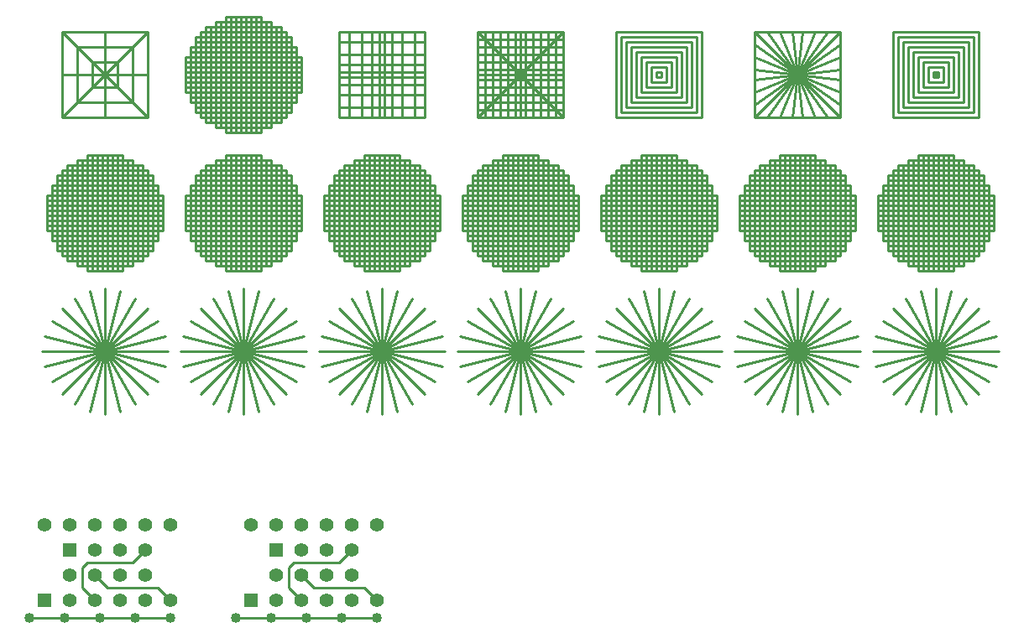
<source format=gbl>
G04 (created by PCBNEW (2013-07-07 BZR 4022)-stable) date 2/5/2014 8:06:17 PM*
%MOIN*%
G04 Gerber Fmt 3.4, Leading zero omitted, Abs format*
%FSLAX34Y34*%
G01*
G70*
G90*
G04 APERTURE LIST*
%ADD10C,0.007*%
%ADD11R,0.055X0.055*%
%ADD12C,0.055*%
%ADD13C,0.04*%
%ADD14C,0.01*%
G04 APERTURE END LIST*
G54D10*
G54D11*
X10300Y3100D03*
G54D12*
X11300Y3100D03*
X12300Y3100D03*
X13300Y3100D03*
X13300Y2100D03*
X12300Y2100D03*
X11300Y2100D03*
X10300Y2100D03*
G54D11*
X2100Y3100D03*
G54D12*
X3100Y3100D03*
X4100Y3100D03*
X5100Y3100D03*
X5100Y2100D03*
X4100Y2100D03*
X3100Y2100D03*
X2100Y2100D03*
G54D11*
X9300Y1100D03*
G54D12*
X10300Y1100D03*
X11300Y1100D03*
X12300Y1100D03*
X13300Y1100D03*
X14300Y1100D03*
X14300Y4100D03*
X13300Y4100D03*
X12300Y4100D03*
X11300Y4100D03*
X10300Y4100D03*
X9300Y4100D03*
G54D11*
X1100Y1100D03*
G54D12*
X2100Y1100D03*
X3100Y1100D03*
X4100Y1100D03*
X5100Y1100D03*
X6100Y1100D03*
X6100Y4100D03*
X5100Y4100D03*
X4100Y4100D03*
X3100Y4100D03*
X2100Y4100D03*
X1100Y4100D03*
G54D13*
X8714Y400D03*
X14314Y400D03*
X12914Y400D03*
X11514Y400D03*
X10114Y400D03*
X1914Y400D03*
X3314Y400D03*
X4714Y400D03*
X6114Y400D03*
X514Y400D03*
G54D14*
X35900Y8600D02*
X36500Y11000D01*
X35300Y8900D02*
X36500Y11000D01*
X34400Y9800D02*
X36500Y11000D01*
X34100Y10400D02*
X36500Y11000D01*
X34800Y9300D02*
X36500Y11000D01*
X36500Y11000D02*
X34000Y11000D01*
X36500Y8500D02*
X36500Y11000D01*
X39000Y11000D02*
X36500Y11000D01*
X36500Y11000D02*
X36500Y8500D01*
X38200Y9300D02*
X36500Y11000D01*
X37100Y8600D02*
X36500Y11000D01*
X37700Y8900D02*
X36500Y11000D01*
X38600Y9800D02*
X36500Y11000D01*
X38900Y10400D02*
X36500Y11000D01*
X34000Y11000D02*
X36500Y11000D01*
X36500Y11000D02*
X36500Y13500D01*
X34800Y12700D02*
X36500Y11000D01*
X35900Y13400D02*
X36500Y11000D01*
X35300Y13100D02*
X36500Y11000D01*
X34400Y12200D02*
X36500Y11000D01*
X34100Y11600D02*
X36500Y11000D01*
X37100Y13400D02*
X36500Y11000D01*
X37700Y13100D02*
X36500Y11000D01*
X38600Y12200D02*
X36500Y11000D01*
X38900Y11600D02*
X36500Y11000D01*
X38200Y12700D02*
X36500Y11000D01*
X36500Y11000D02*
X39000Y11000D01*
X36500Y13500D02*
X36500Y11000D01*
X20000Y13500D02*
X20000Y11000D01*
X20000Y11000D02*
X22500Y11000D01*
X21700Y12700D02*
X20000Y11000D01*
X22400Y11600D02*
X20000Y11000D01*
X22100Y12200D02*
X20000Y11000D01*
X21200Y13100D02*
X20000Y11000D01*
X20600Y13400D02*
X20000Y11000D01*
X17600Y11600D02*
X20000Y11000D01*
X17900Y12200D02*
X20000Y11000D01*
X18800Y13100D02*
X20000Y11000D01*
X19400Y13400D02*
X20000Y11000D01*
X18300Y12700D02*
X20000Y11000D01*
X20000Y11000D02*
X20000Y13500D01*
X17500Y11000D02*
X20000Y11000D01*
X22400Y10400D02*
X20000Y11000D01*
X22100Y9800D02*
X20000Y11000D01*
X21200Y8900D02*
X20000Y11000D01*
X20600Y8600D02*
X20000Y11000D01*
X21700Y9300D02*
X20000Y11000D01*
X20000Y11000D02*
X20000Y8500D01*
X22500Y11000D02*
X20000Y11000D01*
X20000Y8500D02*
X20000Y11000D01*
X20000Y11000D02*
X17500Y11000D01*
X18300Y9300D02*
X20000Y11000D01*
X17600Y10400D02*
X20000Y11000D01*
X17900Y9800D02*
X20000Y11000D01*
X18800Y8900D02*
X20000Y11000D01*
X19400Y8600D02*
X20000Y11000D01*
X24900Y8600D02*
X25500Y11000D01*
X24300Y8900D02*
X25500Y11000D01*
X23400Y9800D02*
X25500Y11000D01*
X23100Y10400D02*
X25500Y11000D01*
X23800Y9300D02*
X25500Y11000D01*
X25500Y11000D02*
X23000Y11000D01*
X25500Y8500D02*
X25500Y11000D01*
X28000Y11000D02*
X25500Y11000D01*
X25500Y11000D02*
X25500Y8500D01*
X27200Y9300D02*
X25500Y11000D01*
X26100Y8600D02*
X25500Y11000D01*
X26700Y8900D02*
X25500Y11000D01*
X27600Y9800D02*
X25500Y11000D01*
X27900Y10400D02*
X25500Y11000D01*
X23000Y11000D02*
X25500Y11000D01*
X25500Y11000D02*
X25500Y13500D01*
X23800Y12700D02*
X25500Y11000D01*
X24900Y13400D02*
X25500Y11000D01*
X24300Y13100D02*
X25500Y11000D01*
X23400Y12200D02*
X25500Y11000D01*
X23100Y11600D02*
X25500Y11000D01*
X26100Y13400D02*
X25500Y11000D01*
X26700Y13100D02*
X25500Y11000D01*
X27600Y12200D02*
X25500Y11000D01*
X27900Y11600D02*
X25500Y11000D01*
X27200Y12700D02*
X25500Y11000D01*
X25500Y11000D02*
X28000Y11000D01*
X25500Y13500D02*
X25500Y11000D01*
X31000Y13500D02*
X31000Y11000D01*
X31000Y11000D02*
X33500Y11000D01*
X32700Y12700D02*
X31000Y11000D01*
X33400Y11600D02*
X31000Y11000D01*
X33100Y12200D02*
X31000Y11000D01*
X32200Y13100D02*
X31000Y11000D01*
X31600Y13400D02*
X31000Y11000D01*
X28600Y11600D02*
X31000Y11000D01*
X28900Y12200D02*
X31000Y11000D01*
X29800Y13100D02*
X31000Y11000D01*
X30400Y13400D02*
X31000Y11000D01*
X29300Y12700D02*
X31000Y11000D01*
X31000Y11000D02*
X31000Y13500D01*
X28500Y11000D02*
X31000Y11000D01*
X33400Y10400D02*
X31000Y11000D01*
X33100Y9800D02*
X31000Y11000D01*
X32200Y8900D02*
X31000Y11000D01*
X31600Y8600D02*
X31000Y11000D01*
X32700Y9300D02*
X31000Y11000D01*
X31000Y11000D02*
X31000Y8500D01*
X33500Y11000D02*
X31000Y11000D01*
X31000Y8500D02*
X31000Y11000D01*
X31000Y11000D02*
X28500Y11000D01*
X29300Y9300D02*
X31000Y11000D01*
X28600Y10400D02*
X31000Y11000D01*
X28900Y9800D02*
X31000Y11000D01*
X29800Y8900D02*
X31000Y11000D01*
X30400Y8600D02*
X31000Y11000D01*
X13900Y8600D02*
X14500Y11000D01*
X13300Y8900D02*
X14500Y11000D01*
X12400Y9800D02*
X14500Y11000D01*
X12100Y10400D02*
X14500Y11000D01*
X12800Y9300D02*
X14500Y11000D01*
X14500Y11000D02*
X12000Y11000D01*
X14500Y8500D02*
X14500Y11000D01*
X17000Y11000D02*
X14500Y11000D01*
X14500Y11000D02*
X14500Y8500D01*
X16200Y9300D02*
X14500Y11000D01*
X15100Y8600D02*
X14500Y11000D01*
X15700Y8900D02*
X14500Y11000D01*
X16600Y9800D02*
X14500Y11000D01*
X16900Y10400D02*
X14500Y11000D01*
X12000Y11000D02*
X14500Y11000D01*
X14500Y11000D02*
X14500Y13500D01*
X12800Y12700D02*
X14500Y11000D01*
X13900Y13400D02*
X14500Y11000D01*
X13300Y13100D02*
X14500Y11000D01*
X12400Y12200D02*
X14500Y11000D01*
X12100Y11600D02*
X14500Y11000D01*
X15100Y13400D02*
X14500Y11000D01*
X15700Y13100D02*
X14500Y11000D01*
X16600Y12200D02*
X14500Y11000D01*
X16900Y11600D02*
X14500Y11000D01*
X16200Y12700D02*
X14500Y11000D01*
X14500Y11000D02*
X17000Y11000D01*
X14500Y13500D02*
X14500Y11000D01*
X9000Y13500D02*
X9000Y11000D01*
X9000Y11000D02*
X11500Y11000D01*
X10700Y12700D02*
X9000Y11000D01*
X11400Y11600D02*
X9000Y11000D01*
X11100Y12200D02*
X9000Y11000D01*
X10200Y13100D02*
X9000Y11000D01*
X9600Y13400D02*
X9000Y11000D01*
X6600Y11600D02*
X9000Y11000D01*
X6900Y12200D02*
X9000Y11000D01*
X7800Y13100D02*
X9000Y11000D01*
X8400Y13400D02*
X9000Y11000D01*
X7300Y12700D02*
X9000Y11000D01*
X9000Y11000D02*
X9000Y13500D01*
X6500Y11000D02*
X9000Y11000D01*
X11400Y10400D02*
X9000Y11000D01*
X11100Y9800D02*
X9000Y11000D01*
X10200Y8900D02*
X9000Y11000D01*
X9600Y8600D02*
X9000Y11000D01*
X10700Y9300D02*
X9000Y11000D01*
X9000Y11000D02*
X9000Y8500D01*
X11500Y11000D02*
X9000Y11000D01*
X9000Y8500D02*
X9000Y11000D01*
X9000Y11000D02*
X6500Y11000D01*
X7300Y9300D02*
X9000Y11000D01*
X6600Y10400D02*
X9000Y11000D01*
X6900Y9800D02*
X9000Y11000D01*
X7800Y8900D02*
X9000Y11000D01*
X8400Y8600D02*
X9000Y11000D01*
X2900Y8600D02*
X3500Y11000D01*
X2300Y8900D02*
X3500Y11000D01*
X1400Y9800D02*
X3500Y11000D01*
X1100Y10400D02*
X3500Y11000D01*
X1800Y9300D02*
X3500Y11000D01*
X3500Y11000D02*
X1000Y11000D01*
X3500Y8500D02*
X3500Y11000D01*
X6000Y11000D02*
X3500Y11000D01*
X3500Y11000D02*
X3500Y8500D01*
X5200Y9300D02*
X3500Y11000D01*
X4100Y8600D02*
X3500Y11000D01*
X4700Y8900D02*
X3500Y11000D01*
X5600Y9800D02*
X3500Y11000D01*
X5900Y10400D02*
X3500Y11000D01*
X1000Y11000D02*
X3500Y11000D01*
X3500Y11000D02*
X3500Y13500D01*
X1800Y12700D02*
X3500Y11000D01*
X2900Y13400D02*
X3500Y11000D01*
X2300Y13100D02*
X3500Y11000D01*
X1400Y12200D02*
X3500Y11000D01*
X1100Y11600D02*
X3500Y11000D01*
X4100Y13400D02*
X3500Y11000D01*
X4700Y13100D02*
X3500Y11000D01*
X5600Y12200D02*
X3500Y11000D01*
X5900Y11600D02*
X3500Y11000D01*
X5200Y12700D02*
X3500Y11000D01*
X3500Y11000D02*
X6000Y11000D01*
X3500Y13500D02*
X3500Y11000D01*
X24000Y18200D02*
X23800Y18200D01*
X27000Y18200D02*
X24000Y18200D01*
X27200Y18200D02*
X27000Y18200D01*
X27200Y18000D02*
X27200Y18200D01*
X27200Y17800D02*
X27200Y18000D01*
X27200Y14800D02*
X27200Y17800D01*
X23800Y14800D02*
X27200Y14800D01*
X23800Y15000D02*
X23800Y14800D01*
X23800Y17600D02*
X23800Y15000D01*
X23800Y17800D02*
X23800Y17600D01*
X23800Y18000D02*
X23800Y17800D01*
X23800Y18200D02*
X23800Y18000D01*
X23800Y18000D02*
X27200Y18000D01*
X27200Y17800D02*
X23800Y17800D01*
X27200Y15000D02*
X23800Y15000D01*
X27200Y15200D02*
X27200Y15000D01*
X23800Y15200D02*
X27200Y15200D01*
X23800Y15400D02*
X23800Y15200D01*
X27200Y15400D02*
X23800Y15400D01*
X27200Y15600D02*
X27200Y15400D01*
X23800Y15600D02*
X27200Y15600D01*
X23800Y15800D02*
X23800Y15600D01*
X27200Y15800D02*
X23800Y15800D01*
X27200Y16000D02*
X27200Y15800D01*
X23800Y16000D02*
X27200Y16000D01*
X23800Y16200D02*
X23800Y16000D01*
X27200Y16200D02*
X23800Y16200D01*
X27200Y16400D02*
X27200Y16200D01*
X23800Y16400D02*
X27200Y16400D01*
X23800Y16600D02*
X23800Y16400D01*
X27200Y16600D02*
X23800Y16600D01*
X27200Y16800D02*
X27200Y16600D01*
X23800Y16800D02*
X27200Y16800D01*
X23800Y17000D02*
X23800Y16800D01*
X27200Y17000D02*
X23800Y17000D01*
X27200Y16900D02*
X27200Y17000D01*
X27200Y17200D02*
X27200Y16900D01*
X23800Y17200D02*
X27200Y17200D01*
X23800Y17400D02*
X23800Y17200D01*
X27200Y17400D02*
X23800Y17400D01*
X27200Y17600D02*
X27200Y17400D01*
X23800Y17600D02*
X27200Y17600D01*
X27000Y14800D02*
X27000Y18200D01*
X26800Y14800D02*
X27000Y14800D01*
X26800Y18200D02*
X26800Y14800D01*
X26600Y18200D02*
X26800Y18200D01*
X26600Y14800D02*
X26600Y18200D01*
X26400Y14800D02*
X26600Y14800D01*
X26400Y18200D02*
X26400Y14800D01*
X26200Y18200D02*
X26400Y18200D01*
X26200Y14800D02*
X26200Y18200D01*
X26000Y14800D02*
X26200Y14800D01*
X26000Y18200D02*
X26000Y14800D01*
X25800Y18200D02*
X26000Y18200D01*
X25800Y14800D02*
X25800Y18200D01*
X25600Y14800D02*
X25800Y14800D01*
X25600Y18200D02*
X25600Y14800D01*
X25400Y18200D02*
X25600Y18200D01*
X25400Y14800D02*
X25400Y18200D01*
X25200Y14800D02*
X25400Y14800D01*
X25200Y18200D02*
X25200Y14800D01*
X25000Y18200D02*
X25200Y18200D01*
X25000Y14800D02*
X25000Y18200D01*
X24800Y14800D02*
X25000Y14800D01*
X24800Y18200D02*
X24800Y14800D01*
X24600Y18200D02*
X24800Y18200D01*
X24600Y14800D02*
X24600Y18200D01*
X24400Y14800D02*
X24600Y14800D01*
X24400Y18200D02*
X24400Y14800D01*
X24200Y18200D02*
X24400Y18200D01*
X24200Y14800D02*
X24200Y18200D01*
X24000Y14800D02*
X24200Y14800D01*
X24000Y18200D02*
X24000Y14800D01*
X23600Y15000D02*
X23800Y15000D01*
X23600Y15400D02*
X23600Y15000D01*
X23600Y17600D02*
X23600Y15400D01*
X23600Y18000D02*
X23600Y17600D01*
X23800Y18000D02*
X23600Y18000D01*
X23400Y17600D02*
X23600Y17600D01*
X23400Y17200D02*
X23400Y17600D01*
X23400Y15800D02*
X23400Y17200D01*
X23400Y15400D02*
X23400Y15800D01*
X23600Y15400D02*
X23400Y15400D01*
X23200Y15800D02*
X23400Y15800D01*
X23200Y16000D02*
X23200Y15800D01*
X23200Y16200D02*
X23200Y16000D01*
X23200Y17200D02*
X23200Y16200D01*
X23400Y17200D02*
X23200Y17200D01*
X23800Y16200D02*
X23200Y16200D01*
X23800Y16400D02*
X23800Y16200D01*
X23200Y16400D02*
X23800Y16400D01*
X23200Y16600D02*
X23200Y16400D01*
X23800Y16600D02*
X23200Y16600D01*
X23800Y16800D02*
X23800Y16600D01*
X23200Y16800D02*
X23800Y16800D01*
X23200Y17000D02*
X23200Y16800D01*
X23800Y17000D02*
X23200Y17000D01*
X23800Y17200D02*
X23800Y17000D01*
X23400Y17200D02*
X23800Y17200D01*
X23400Y17400D02*
X23400Y17200D01*
X23800Y17400D02*
X23400Y17400D01*
X23800Y17600D02*
X23800Y17400D01*
X23600Y17600D02*
X23800Y17600D01*
X23600Y17800D02*
X23600Y17600D01*
X23800Y17800D02*
X23600Y17800D01*
X23600Y15200D02*
X23800Y15200D01*
X23600Y15400D02*
X23600Y15200D01*
X23500Y15400D02*
X23600Y15400D01*
X23800Y15400D02*
X23500Y15400D01*
X23800Y15600D02*
X23800Y15400D01*
X23400Y15600D02*
X23800Y15600D01*
X23400Y15800D02*
X23400Y15600D01*
X23800Y15800D02*
X23400Y15800D01*
X23800Y16000D02*
X23800Y15800D01*
X23200Y16000D02*
X23800Y16000D01*
X24200Y18400D02*
X24200Y18200D01*
X24400Y18400D02*
X24200Y18400D01*
X24400Y18200D02*
X24400Y18400D01*
X24600Y18200D02*
X24400Y18200D01*
X24600Y18600D02*
X24600Y18200D01*
X24800Y18600D02*
X24600Y18600D01*
X24800Y18200D02*
X24800Y18600D01*
X25000Y18200D02*
X24800Y18200D01*
X25000Y18800D02*
X25000Y18200D01*
X25200Y18800D02*
X25000Y18800D01*
X25200Y18200D02*
X25200Y18800D01*
X25400Y18200D02*
X25200Y18200D01*
X25400Y18800D02*
X25400Y18200D01*
X25600Y18800D02*
X25400Y18800D01*
X25600Y18200D02*
X25600Y18800D01*
X25800Y18200D02*
X25600Y18200D01*
X25800Y18800D02*
X25800Y18200D01*
X26000Y18800D02*
X25800Y18800D01*
X26000Y18200D02*
X26000Y18800D01*
X26200Y18200D02*
X26000Y18200D01*
X26200Y18600D02*
X26200Y18200D01*
X26400Y18600D02*
X26200Y18600D01*
X26400Y18200D02*
X26400Y18600D01*
X26600Y18200D02*
X26400Y18200D01*
X26600Y18400D02*
X26600Y18200D01*
X26800Y18400D02*
X26600Y18400D01*
X26800Y18200D02*
X26800Y18400D01*
X27000Y18200D02*
X26800Y18200D01*
X27000Y18400D02*
X27000Y18200D01*
X26600Y18400D02*
X27000Y18400D01*
X26600Y18600D02*
X26600Y18400D01*
X26200Y18600D02*
X26600Y18600D01*
X26200Y18800D02*
X26200Y18600D01*
X24800Y18800D02*
X26200Y18800D01*
X24800Y18600D02*
X24800Y18800D01*
X24400Y18600D02*
X24800Y18600D01*
X24400Y18400D02*
X24400Y18600D01*
X24000Y18400D02*
X24400Y18400D01*
X24000Y18200D02*
X24000Y18400D01*
X26600Y18600D02*
X24800Y18600D01*
X26600Y18400D02*
X26600Y18600D01*
X24400Y18400D02*
X26600Y18400D01*
X27400Y17800D02*
X27200Y17800D01*
X27400Y17900D02*
X27400Y17800D01*
X27400Y17600D02*
X27400Y17900D01*
X27200Y17600D02*
X27400Y17600D01*
X27200Y17400D02*
X27200Y17600D01*
X27600Y17400D02*
X27200Y17400D01*
X27600Y17200D02*
X27600Y17400D01*
X27200Y17200D02*
X27600Y17200D01*
X27200Y17000D02*
X27200Y17200D01*
X27100Y17000D02*
X27200Y17000D01*
X27800Y17000D02*
X27100Y17000D01*
X27800Y16800D02*
X27800Y17000D01*
X27200Y16800D02*
X27800Y16800D01*
X27200Y16600D02*
X27200Y16800D01*
X27800Y16600D02*
X27200Y16600D01*
X27800Y16400D02*
X27800Y16600D01*
X27200Y16400D02*
X27800Y16400D01*
X27200Y16200D02*
X27200Y16400D01*
X27800Y16200D02*
X27200Y16200D01*
X27800Y16000D02*
X27800Y16200D01*
X27200Y16000D02*
X27800Y16000D01*
X27200Y15800D02*
X27200Y16000D01*
X27600Y15800D02*
X27200Y15800D01*
X27600Y15600D02*
X27600Y15800D01*
X27200Y15600D02*
X27600Y15600D01*
X27200Y15400D02*
X27200Y15600D01*
X27400Y15400D02*
X27200Y15400D01*
X27400Y15200D02*
X27400Y15400D01*
X27200Y15200D02*
X27400Y15200D01*
X27200Y15100D02*
X27200Y15200D01*
X27200Y15000D02*
X27200Y15100D01*
X27400Y15000D02*
X27200Y15000D01*
X27400Y15400D02*
X27400Y15000D01*
X27600Y15400D02*
X27400Y15400D01*
X27600Y15800D02*
X27600Y15400D01*
X27800Y15800D02*
X27600Y15800D01*
X27800Y17200D02*
X27800Y15800D01*
X27600Y17200D02*
X27800Y17200D01*
X27600Y17600D02*
X27600Y17200D01*
X27400Y17600D02*
X27600Y17600D01*
X27400Y18000D02*
X27400Y17600D01*
X27200Y18000D02*
X27400Y18000D01*
X27600Y15400D02*
X27600Y17200D01*
X27400Y15400D02*
X27600Y15400D01*
X27400Y17600D02*
X27400Y15400D01*
X24200Y14600D02*
X24200Y14800D01*
X24400Y14600D02*
X24200Y14600D01*
X24400Y14800D02*
X24400Y14600D01*
X24600Y14800D02*
X24400Y14800D01*
X24600Y14400D02*
X24600Y14800D01*
X24800Y14400D02*
X24600Y14400D01*
X24800Y14800D02*
X24800Y14400D01*
X25000Y14800D02*
X24800Y14800D01*
X25000Y14200D02*
X25000Y14800D01*
X25200Y14200D02*
X25000Y14200D01*
X25200Y14800D02*
X25200Y14200D01*
X25400Y14800D02*
X25200Y14800D01*
X25400Y14200D02*
X25400Y14800D01*
X25600Y14200D02*
X25400Y14200D01*
X25600Y14800D02*
X25600Y14200D01*
X25800Y14800D02*
X25600Y14800D01*
X25800Y14200D02*
X25800Y14800D01*
X26000Y14200D02*
X25800Y14200D01*
X26000Y14800D02*
X26000Y14200D01*
X26200Y14800D02*
X26000Y14800D01*
X26200Y14400D02*
X26200Y14800D01*
X26400Y14400D02*
X26200Y14400D01*
X26400Y14800D02*
X26400Y14400D01*
X26600Y14800D02*
X26400Y14800D01*
X26600Y14600D02*
X26600Y14800D01*
X26800Y14600D02*
X26600Y14600D01*
X26800Y14800D02*
X26800Y14600D01*
X27000Y14800D02*
X26800Y14800D01*
X27000Y14600D02*
X27000Y14800D01*
X26600Y14600D02*
X27000Y14600D01*
X26600Y14400D02*
X26600Y14600D01*
X26200Y14400D02*
X26600Y14400D01*
X26200Y14200D02*
X26200Y14400D01*
X24800Y14200D02*
X26200Y14200D01*
X24800Y14400D02*
X24800Y14200D01*
X24400Y14400D02*
X24800Y14400D01*
X24400Y14600D02*
X24400Y14400D01*
X24000Y14600D02*
X24400Y14600D01*
X24000Y14800D02*
X24000Y14600D01*
X26600Y14400D02*
X24800Y14400D01*
X26600Y14600D02*
X26600Y14400D01*
X24400Y14600D02*
X26600Y14600D01*
X35400Y14600D02*
X37600Y14600D01*
X37600Y14600D02*
X37600Y14400D01*
X37600Y14400D02*
X35800Y14400D01*
X35000Y14800D02*
X35000Y14600D01*
X35000Y14600D02*
X35400Y14600D01*
X35400Y14600D02*
X35400Y14400D01*
X35400Y14400D02*
X35800Y14400D01*
X35800Y14400D02*
X35800Y14200D01*
X35800Y14200D02*
X37200Y14200D01*
X37200Y14200D02*
X37200Y14400D01*
X37200Y14400D02*
X37600Y14400D01*
X37600Y14400D02*
X37600Y14600D01*
X37600Y14600D02*
X38000Y14600D01*
X38000Y14600D02*
X38000Y14800D01*
X38000Y14800D02*
X37800Y14800D01*
X37800Y14800D02*
X37800Y14600D01*
X37800Y14600D02*
X37600Y14600D01*
X37600Y14600D02*
X37600Y14800D01*
X37600Y14800D02*
X37400Y14800D01*
X37400Y14800D02*
X37400Y14400D01*
X37400Y14400D02*
X37200Y14400D01*
X37200Y14400D02*
X37200Y14800D01*
X37200Y14800D02*
X37000Y14800D01*
X37000Y14800D02*
X37000Y14200D01*
X37000Y14200D02*
X36800Y14200D01*
X36800Y14200D02*
X36800Y14800D01*
X36800Y14800D02*
X36600Y14800D01*
X36600Y14800D02*
X36600Y14200D01*
X36600Y14200D02*
X36400Y14200D01*
X36400Y14200D02*
X36400Y14800D01*
X36400Y14800D02*
X36200Y14800D01*
X36200Y14800D02*
X36200Y14200D01*
X36200Y14200D02*
X36000Y14200D01*
X36000Y14200D02*
X36000Y14800D01*
X36000Y14800D02*
X35800Y14800D01*
X35800Y14800D02*
X35800Y14400D01*
X35800Y14400D02*
X35600Y14400D01*
X35600Y14400D02*
X35600Y14800D01*
X35600Y14800D02*
X35400Y14800D01*
X35400Y14800D02*
X35400Y14600D01*
X35400Y14600D02*
X35200Y14600D01*
X35200Y14600D02*
X35200Y14800D01*
X38400Y17600D02*
X38400Y15400D01*
X38400Y15400D02*
X38600Y15400D01*
X38600Y15400D02*
X38600Y17200D01*
X38200Y18000D02*
X38400Y18000D01*
X38400Y18000D02*
X38400Y17600D01*
X38400Y17600D02*
X38600Y17600D01*
X38600Y17600D02*
X38600Y17200D01*
X38600Y17200D02*
X38800Y17200D01*
X38800Y17200D02*
X38800Y15800D01*
X38800Y15800D02*
X38600Y15800D01*
X38600Y15800D02*
X38600Y15400D01*
X38600Y15400D02*
X38400Y15400D01*
X38400Y15400D02*
X38400Y15000D01*
X38400Y15000D02*
X38200Y15000D01*
X38200Y15000D02*
X38200Y15100D01*
X38200Y15100D02*
X38200Y15200D01*
X38200Y15200D02*
X38400Y15200D01*
X38400Y15200D02*
X38400Y15400D01*
X38400Y15400D02*
X38200Y15400D01*
X38200Y15400D02*
X38200Y15600D01*
X38200Y15600D02*
X38600Y15600D01*
X38600Y15600D02*
X38600Y15800D01*
X38600Y15800D02*
X38200Y15800D01*
X38200Y15800D02*
X38200Y16000D01*
X38200Y16000D02*
X38800Y16000D01*
X38800Y16000D02*
X38800Y16200D01*
X38800Y16200D02*
X38200Y16200D01*
X38200Y16200D02*
X38200Y16400D01*
X38200Y16400D02*
X38800Y16400D01*
X38800Y16400D02*
X38800Y16600D01*
X38800Y16600D02*
X38200Y16600D01*
X38200Y16600D02*
X38200Y16800D01*
X38200Y16800D02*
X38800Y16800D01*
X38800Y16800D02*
X38800Y17000D01*
X38800Y17000D02*
X38100Y17000D01*
X38100Y17000D02*
X38200Y17000D01*
X38200Y17000D02*
X38200Y17200D01*
X38200Y17200D02*
X38600Y17200D01*
X38600Y17200D02*
X38600Y17400D01*
X38600Y17400D02*
X38200Y17400D01*
X38200Y17400D02*
X38200Y17600D01*
X38200Y17600D02*
X38400Y17600D01*
X38400Y17600D02*
X38400Y17900D01*
X38400Y17900D02*
X38400Y17800D01*
X38400Y17800D02*
X38200Y17800D01*
X35400Y18400D02*
X37600Y18400D01*
X37600Y18400D02*
X37600Y18600D01*
X37600Y18600D02*
X35800Y18600D01*
X35000Y18200D02*
X35000Y18400D01*
X35000Y18400D02*
X35400Y18400D01*
X35400Y18400D02*
X35400Y18600D01*
X35400Y18600D02*
X35800Y18600D01*
X35800Y18600D02*
X35800Y18800D01*
X35800Y18800D02*
X37200Y18800D01*
X37200Y18800D02*
X37200Y18600D01*
X37200Y18600D02*
X37600Y18600D01*
X37600Y18600D02*
X37600Y18400D01*
X37600Y18400D02*
X38000Y18400D01*
X38000Y18400D02*
X38000Y18200D01*
X38000Y18200D02*
X37800Y18200D01*
X37800Y18200D02*
X37800Y18400D01*
X37800Y18400D02*
X37600Y18400D01*
X37600Y18400D02*
X37600Y18200D01*
X37600Y18200D02*
X37400Y18200D01*
X37400Y18200D02*
X37400Y18600D01*
X37400Y18600D02*
X37200Y18600D01*
X37200Y18600D02*
X37200Y18200D01*
X37200Y18200D02*
X37000Y18200D01*
X37000Y18200D02*
X37000Y18800D01*
X37000Y18800D02*
X36800Y18800D01*
X36800Y18800D02*
X36800Y18200D01*
X36800Y18200D02*
X36600Y18200D01*
X36600Y18200D02*
X36600Y18800D01*
X36600Y18800D02*
X36400Y18800D01*
X36400Y18800D02*
X36400Y18200D01*
X36400Y18200D02*
X36200Y18200D01*
X36200Y18200D02*
X36200Y18800D01*
X36200Y18800D02*
X36000Y18800D01*
X36000Y18800D02*
X36000Y18200D01*
X36000Y18200D02*
X35800Y18200D01*
X35800Y18200D02*
X35800Y18600D01*
X35800Y18600D02*
X35600Y18600D01*
X35600Y18600D02*
X35600Y18200D01*
X35600Y18200D02*
X35400Y18200D01*
X35400Y18200D02*
X35400Y18400D01*
X35400Y18400D02*
X35200Y18400D01*
X35200Y18400D02*
X35200Y18200D01*
X34200Y16000D02*
X34800Y16000D01*
X34800Y16000D02*
X34800Y15800D01*
X34800Y15800D02*
X34400Y15800D01*
X34400Y15800D02*
X34400Y15600D01*
X34400Y15600D02*
X34800Y15600D01*
X34800Y15600D02*
X34800Y15400D01*
X34800Y15400D02*
X34500Y15400D01*
X34500Y15400D02*
X34600Y15400D01*
X34600Y15400D02*
X34600Y15200D01*
X34600Y15200D02*
X34800Y15200D01*
X34800Y17800D02*
X34600Y17800D01*
X34600Y17800D02*
X34600Y17600D01*
X34600Y17600D02*
X34800Y17600D01*
X34800Y17600D02*
X34800Y17400D01*
X34800Y17400D02*
X34400Y17400D01*
X34400Y17400D02*
X34400Y17200D01*
X34400Y17200D02*
X34800Y17200D01*
X34800Y17200D02*
X34800Y17000D01*
X34800Y17000D02*
X34200Y17000D01*
X34200Y17000D02*
X34200Y16800D01*
X34200Y16800D02*
X34800Y16800D01*
X34800Y16800D02*
X34800Y16600D01*
X34800Y16600D02*
X34200Y16600D01*
X34200Y16600D02*
X34200Y16400D01*
X34200Y16400D02*
X34800Y16400D01*
X34800Y16400D02*
X34800Y16200D01*
X34800Y16200D02*
X34200Y16200D01*
X34400Y17200D02*
X34200Y17200D01*
X34200Y17200D02*
X34200Y16200D01*
X34200Y16200D02*
X34200Y16000D01*
X34200Y16000D02*
X34200Y15800D01*
X34200Y15800D02*
X34400Y15800D01*
X34600Y15400D02*
X34400Y15400D01*
X34400Y15400D02*
X34400Y15800D01*
X34400Y15800D02*
X34400Y17200D01*
X34400Y17200D02*
X34400Y17600D01*
X34400Y17600D02*
X34600Y17600D01*
X34800Y18000D02*
X34600Y18000D01*
X34600Y18000D02*
X34600Y17600D01*
X34600Y17600D02*
X34600Y15400D01*
X34600Y15400D02*
X34600Y15000D01*
X34600Y15000D02*
X34800Y15000D01*
X35000Y18200D02*
X35000Y14800D01*
X35000Y14800D02*
X35200Y14800D01*
X35200Y14800D02*
X35200Y18200D01*
X35200Y18200D02*
X35400Y18200D01*
X35400Y18200D02*
X35400Y14800D01*
X35400Y14800D02*
X35600Y14800D01*
X35600Y14800D02*
X35600Y18200D01*
X35600Y18200D02*
X35800Y18200D01*
X35800Y18200D02*
X35800Y14800D01*
X35800Y14800D02*
X36000Y14800D01*
X36000Y14800D02*
X36000Y18200D01*
X36000Y18200D02*
X36200Y18200D01*
X36200Y18200D02*
X36200Y14800D01*
X36200Y14800D02*
X36400Y14800D01*
X36400Y14800D02*
X36400Y18200D01*
X36400Y18200D02*
X36600Y18200D01*
X36600Y18200D02*
X36600Y14800D01*
X36600Y14800D02*
X36800Y14800D01*
X36800Y14800D02*
X36800Y18200D01*
X36800Y18200D02*
X37000Y18200D01*
X37000Y18200D02*
X37000Y14800D01*
X37000Y14800D02*
X37200Y14800D01*
X37200Y14800D02*
X37200Y18200D01*
X37200Y18200D02*
X37400Y18200D01*
X37400Y18200D02*
X37400Y14800D01*
X37400Y14800D02*
X37600Y14800D01*
X37600Y14800D02*
X37600Y18200D01*
X37600Y18200D02*
X37800Y18200D01*
X37800Y18200D02*
X37800Y14800D01*
X37800Y14800D02*
X38000Y14800D01*
X38000Y14800D02*
X38000Y18200D01*
X34800Y17600D02*
X38200Y17600D01*
X38200Y17600D02*
X38200Y17400D01*
X38200Y17400D02*
X34800Y17400D01*
X34800Y17400D02*
X34800Y17200D01*
X34800Y17200D02*
X38200Y17200D01*
X38200Y17200D02*
X38200Y16900D01*
X38200Y16900D02*
X38200Y17000D01*
X38200Y17000D02*
X34800Y17000D01*
X34800Y17000D02*
X34800Y16800D01*
X34800Y16800D02*
X38200Y16800D01*
X38200Y16800D02*
X38200Y16600D01*
X38200Y16600D02*
X34800Y16600D01*
X34800Y16600D02*
X34800Y16400D01*
X34800Y16400D02*
X38200Y16400D01*
X38200Y16400D02*
X38200Y16200D01*
X38200Y16200D02*
X34800Y16200D01*
X34800Y16200D02*
X34800Y16000D01*
X34800Y16000D02*
X38200Y16000D01*
X38200Y16000D02*
X38200Y15800D01*
X38200Y15800D02*
X34800Y15800D01*
X34800Y15800D02*
X34800Y15600D01*
X34800Y15600D02*
X38200Y15600D01*
X38200Y15600D02*
X38200Y15400D01*
X38200Y15400D02*
X34800Y15400D01*
X34800Y15400D02*
X34800Y15200D01*
X34800Y15200D02*
X38200Y15200D01*
X38200Y15200D02*
X38200Y15000D01*
X38200Y15000D02*
X34800Y15000D01*
X38200Y17800D02*
X34800Y17800D01*
X34800Y18000D02*
X38200Y18000D01*
X34800Y18200D02*
X34800Y18000D01*
X34800Y18000D02*
X34800Y17800D01*
X34800Y17800D02*
X34800Y17600D01*
X34800Y17600D02*
X34800Y15000D01*
X34800Y15000D02*
X34800Y14800D01*
X34800Y14800D02*
X38200Y14800D01*
X38200Y14800D02*
X38200Y17800D01*
X38200Y17800D02*
X38200Y18000D01*
X38200Y18000D02*
X38200Y18200D01*
X38200Y18200D02*
X38000Y18200D01*
X38000Y18200D02*
X35000Y18200D01*
X35000Y18200D02*
X34800Y18200D01*
X29500Y18200D02*
X29300Y18200D01*
X32500Y18200D02*
X29500Y18200D01*
X32700Y18200D02*
X32500Y18200D01*
X32700Y18000D02*
X32700Y18200D01*
X32700Y17800D02*
X32700Y18000D01*
X32700Y14800D02*
X32700Y17800D01*
X29300Y14800D02*
X32700Y14800D01*
X29300Y15000D02*
X29300Y14800D01*
X29300Y17600D02*
X29300Y15000D01*
X29300Y17800D02*
X29300Y17600D01*
X29300Y18000D02*
X29300Y17800D01*
X29300Y18200D02*
X29300Y18000D01*
X29300Y18000D02*
X32700Y18000D01*
X32700Y17800D02*
X29300Y17800D01*
X32700Y15000D02*
X29300Y15000D01*
X32700Y15200D02*
X32700Y15000D01*
X29300Y15200D02*
X32700Y15200D01*
X29300Y15400D02*
X29300Y15200D01*
X32700Y15400D02*
X29300Y15400D01*
X32700Y15600D02*
X32700Y15400D01*
X29300Y15600D02*
X32700Y15600D01*
X29300Y15800D02*
X29300Y15600D01*
X32700Y15800D02*
X29300Y15800D01*
X32700Y16000D02*
X32700Y15800D01*
X29300Y16000D02*
X32700Y16000D01*
X29300Y16200D02*
X29300Y16000D01*
X32700Y16200D02*
X29300Y16200D01*
X32700Y16400D02*
X32700Y16200D01*
X29300Y16400D02*
X32700Y16400D01*
X29300Y16600D02*
X29300Y16400D01*
X32700Y16600D02*
X29300Y16600D01*
X32700Y16800D02*
X32700Y16600D01*
X29300Y16800D02*
X32700Y16800D01*
X29300Y17000D02*
X29300Y16800D01*
X32700Y17000D02*
X29300Y17000D01*
X32700Y16900D02*
X32700Y17000D01*
X32700Y17200D02*
X32700Y16900D01*
X29300Y17200D02*
X32700Y17200D01*
X29300Y17400D02*
X29300Y17200D01*
X32700Y17400D02*
X29300Y17400D01*
X32700Y17600D02*
X32700Y17400D01*
X29300Y17600D02*
X32700Y17600D01*
X32500Y14800D02*
X32500Y18200D01*
X32300Y14800D02*
X32500Y14800D01*
X32300Y18200D02*
X32300Y14800D01*
X32100Y18200D02*
X32300Y18200D01*
X32100Y14800D02*
X32100Y18200D01*
X31900Y14800D02*
X32100Y14800D01*
X31900Y18200D02*
X31900Y14800D01*
X31700Y18200D02*
X31900Y18200D01*
X31700Y14800D02*
X31700Y18200D01*
X31500Y14800D02*
X31700Y14800D01*
X31500Y18200D02*
X31500Y14800D01*
X31300Y18200D02*
X31500Y18200D01*
X31300Y14800D02*
X31300Y18200D01*
X31100Y14800D02*
X31300Y14800D01*
X31100Y18200D02*
X31100Y14800D01*
X30900Y18200D02*
X31100Y18200D01*
X30900Y14800D02*
X30900Y18200D01*
X30700Y14800D02*
X30900Y14800D01*
X30700Y18200D02*
X30700Y14800D01*
X30500Y18200D02*
X30700Y18200D01*
X30500Y14800D02*
X30500Y18200D01*
X30300Y14800D02*
X30500Y14800D01*
X30300Y18200D02*
X30300Y14800D01*
X30100Y18200D02*
X30300Y18200D01*
X30100Y14800D02*
X30100Y18200D01*
X29900Y14800D02*
X30100Y14800D01*
X29900Y18200D02*
X29900Y14800D01*
X29700Y18200D02*
X29900Y18200D01*
X29700Y14800D02*
X29700Y18200D01*
X29500Y14800D02*
X29700Y14800D01*
X29500Y18200D02*
X29500Y14800D01*
X29100Y15000D02*
X29300Y15000D01*
X29100Y15400D02*
X29100Y15000D01*
X29100Y17600D02*
X29100Y15400D01*
X29100Y18000D02*
X29100Y17600D01*
X29300Y18000D02*
X29100Y18000D01*
X28900Y17600D02*
X29100Y17600D01*
X28900Y17200D02*
X28900Y17600D01*
X28900Y15800D02*
X28900Y17200D01*
X28900Y15400D02*
X28900Y15800D01*
X29100Y15400D02*
X28900Y15400D01*
X28700Y15800D02*
X28900Y15800D01*
X28700Y16000D02*
X28700Y15800D01*
X28700Y16200D02*
X28700Y16000D01*
X28700Y17200D02*
X28700Y16200D01*
X28900Y17200D02*
X28700Y17200D01*
X29300Y16200D02*
X28700Y16200D01*
X29300Y16400D02*
X29300Y16200D01*
X28700Y16400D02*
X29300Y16400D01*
X28700Y16600D02*
X28700Y16400D01*
X29300Y16600D02*
X28700Y16600D01*
X29300Y16800D02*
X29300Y16600D01*
X28700Y16800D02*
X29300Y16800D01*
X28700Y17000D02*
X28700Y16800D01*
X29300Y17000D02*
X28700Y17000D01*
X29300Y17200D02*
X29300Y17000D01*
X28900Y17200D02*
X29300Y17200D01*
X28900Y17400D02*
X28900Y17200D01*
X29300Y17400D02*
X28900Y17400D01*
X29300Y17600D02*
X29300Y17400D01*
X29100Y17600D02*
X29300Y17600D01*
X29100Y17800D02*
X29100Y17600D01*
X29300Y17800D02*
X29100Y17800D01*
X29100Y15200D02*
X29300Y15200D01*
X29100Y15400D02*
X29100Y15200D01*
X29000Y15400D02*
X29100Y15400D01*
X29300Y15400D02*
X29000Y15400D01*
X29300Y15600D02*
X29300Y15400D01*
X28900Y15600D02*
X29300Y15600D01*
X28900Y15800D02*
X28900Y15600D01*
X29300Y15800D02*
X28900Y15800D01*
X29300Y16000D02*
X29300Y15800D01*
X28700Y16000D02*
X29300Y16000D01*
X29700Y18400D02*
X29700Y18200D01*
X29900Y18400D02*
X29700Y18400D01*
X29900Y18200D02*
X29900Y18400D01*
X30100Y18200D02*
X29900Y18200D01*
X30100Y18600D02*
X30100Y18200D01*
X30300Y18600D02*
X30100Y18600D01*
X30300Y18200D02*
X30300Y18600D01*
X30500Y18200D02*
X30300Y18200D01*
X30500Y18800D02*
X30500Y18200D01*
X30700Y18800D02*
X30500Y18800D01*
X30700Y18200D02*
X30700Y18800D01*
X30900Y18200D02*
X30700Y18200D01*
X30900Y18800D02*
X30900Y18200D01*
X31100Y18800D02*
X30900Y18800D01*
X31100Y18200D02*
X31100Y18800D01*
X31300Y18200D02*
X31100Y18200D01*
X31300Y18800D02*
X31300Y18200D01*
X31500Y18800D02*
X31300Y18800D01*
X31500Y18200D02*
X31500Y18800D01*
X31700Y18200D02*
X31500Y18200D01*
X31700Y18600D02*
X31700Y18200D01*
X31900Y18600D02*
X31700Y18600D01*
X31900Y18200D02*
X31900Y18600D01*
X32100Y18200D02*
X31900Y18200D01*
X32100Y18400D02*
X32100Y18200D01*
X32300Y18400D02*
X32100Y18400D01*
X32300Y18200D02*
X32300Y18400D01*
X32500Y18200D02*
X32300Y18200D01*
X32500Y18400D02*
X32500Y18200D01*
X32100Y18400D02*
X32500Y18400D01*
X32100Y18600D02*
X32100Y18400D01*
X31700Y18600D02*
X32100Y18600D01*
X31700Y18800D02*
X31700Y18600D01*
X30300Y18800D02*
X31700Y18800D01*
X30300Y18600D02*
X30300Y18800D01*
X29900Y18600D02*
X30300Y18600D01*
X29900Y18400D02*
X29900Y18600D01*
X29500Y18400D02*
X29900Y18400D01*
X29500Y18200D02*
X29500Y18400D01*
X32100Y18600D02*
X30300Y18600D01*
X32100Y18400D02*
X32100Y18600D01*
X29900Y18400D02*
X32100Y18400D01*
X32900Y17800D02*
X32700Y17800D01*
X32900Y17900D02*
X32900Y17800D01*
X32900Y17600D02*
X32900Y17900D01*
X32700Y17600D02*
X32900Y17600D01*
X32700Y17400D02*
X32700Y17600D01*
X33100Y17400D02*
X32700Y17400D01*
X33100Y17200D02*
X33100Y17400D01*
X32700Y17200D02*
X33100Y17200D01*
X32700Y17000D02*
X32700Y17200D01*
X32600Y17000D02*
X32700Y17000D01*
X33300Y17000D02*
X32600Y17000D01*
X33300Y16800D02*
X33300Y17000D01*
X32700Y16800D02*
X33300Y16800D01*
X32700Y16600D02*
X32700Y16800D01*
X33300Y16600D02*
X32700Y16600D01*
X33300Y16400D02*
X33300Y16600D01*
X32700Y16400D02*
X33300Y16400D01*
X32700Y16200D02*
X32700Y16400D01*
X33300Y16200D02*
X32700Y16200D01*
X33300Y16000D02*
X33300Y16200D01*
X32700Y16000D02*
X33300Y16000D01*
X32700Y15800D02*
X32700Y16000D01*
X33100Y15800D02*
X32700Y15800D01*
X33100Y15600D02*
X33100Y15800D01*
X32700Y15600D02*
X33100Y15600D01*
X32700Y15400D02*
X32700Y15600D01*
X32900Y15400D02*
X32700Y15400D01*
X32900Y15200D02*
X32900Y15400D01*
X32700Y15200D02*
X32900Y15200D01*
X32700Y15100D02*
X32700Y15200D01*
X32700Y15000D02*
X32700Y15100D01*
X32900Y15000D02*
X32700Y15000D01*
X32900Y15400D02*
X32900Y15000D01*
X33100Y15400D02*
X32900Y15400D01*
X33100Y15800D02*
X33100Y15400D01*
X33300Y15800D02*
X33100Y15800D01*
X33300Y17200D02*
X33300Y15800D01*
X33100Y17200D02*
X33300Y17200D01*
X33100Y17600D02*
X33100Y17200D01*
X32900Y17600D02*
X33100Y17600D01*
X32900Y18000D02*
X32900Y17600D01*
X32700Y18000D02*
X32900Y18000D01*
X33100Y15400D02*
X33100Y17200D01*
X32900Y15400D02*
X33100Y15400D01*
X32900Y17600D02*
X32900Y15400D01*
X29700Y14600D02*
X29700Y14800D01*
X29900Y14600D02*
X29700Y14600D01*
X29900Y14800D02*
X29900Y14600D01*
X30100Y14800D02*
X29900Y14800D01*
X30100Y14400D02*
X30100Y14800D01*
X30300Y14400D02*
X30100Y14400D01*
X30300Y14800D02*
X30300Y14400D01*
X30500Y14800D02*
X30300Y14800D01*
X30500Y14200D02*
X30500Y14800D01*
X30700Y14200D02*
X30500Y14200D01*
X30700Y14800D02*
X30700Y14200D01*
X30900Y14800D02*
X30700Y14800D01*
X30900Y14200D02*
X30900Y14800D01*
X31100Y14200D02*
X30900Y14200D01*
X31100Y14800D02*
X31100Y14200D01*
X31300Y14800D02*
X31100Y14800D01*
X31300Y14200D02*
X31300Y14800D01*
X31500Y14200D02*
X31300Y14200D01*
X31500Y14800D02*
X31500Y14200D01*
X31700Y14800D02*
X31500Y14800D01*
X31700Y14400D02*
X31700Y14800D01*
X31900Y14400D02*
X31700Y14400D01*
X31900Y14800D02*
X31900Y14400D01*
X32100Y14800D02*
X31900Y14800D01*
X32100Y14600D02*
X32100Y14800D01*
X32300Y14600D02*
X32100Y14600D01*
X32300Y14800D02*
X32300Y14600D01*
X32500Y14800D02*
X32300Y14800D01*
X32500Y14600D02*
X32500Y14800D01*
X32100Y14600D02*
X32500Y14600D01*
X32100Y14400D02*
X32100Y14600D01*
X31700Y14400D02*
X32100Y14400D01*
X31700Y14200D02*
X31700Y14400D01*
X30300Y14200D02*
X31700Y14200D01*
X30300Y14400D02*
X30300Y14200D01*
X29900Y14400D02*
X30300Y14400D01*
X29900Y14600D02*
X29900Y14400D01*
X29500Y14600D02*
X29900Y14600D01*
X29500Y14800D02*
X29500Y14600D01*
X32100Y14400D02*
X30300Y14400D01*
X32100Y14600D02*
X32100Y14400D01*
X29900Y14600D02*
X32100Y14600D01*
X13400Y14600D02*
X15600Y14600D01*
X15600Y14600D02*
X15600Y14400D01*
X15600Y14400D02*
X13800Y14400D01*
X13000Y14800D02*
X13000Y14600D01*
X13000Y14600D02*
X13400Y14600D01*
X13400Y14600D02*
X13400Y14400D01*
X13400Y14400D02*
X13800Y14400D01*
X13800Y14400D02*
X13800Y14200D01*
X13800Y14200D02*
X15200Y14200D01*
X15200Y14200D02*
X15200Y14400D01*
X15200Y14400D02*
X15600Y14400D01*
X15600Y14400D02*
X15600Y14600D01*
X15600Y14600D02*
X16000Y14600D01*
X16000Y14600D02*
X16000Y14800D01*
X16000Y14800D02*
X15800Y14800D01*
X15800Y14800D02*
X15800Y14600D01*
X15800Y14600D02*
X15600Y14600D01*
X15600Y14600D02*
X15600Y14800D01*
X15600Y14800D02*
X15400Y14800D01*
X15400Y14800D02*
X15400Y14400D01*
X15400Y14400D02*
X15200Y14400D01*
X15200Y14400D02*
X15200Y14800D01*
X15200Y14800D02*
X15000Y14800D01*
X15000Y14800D02*
X15000Y14200D01*
X15000Y14200D02*
X14800Y14200D01*
X14800Y14200D02*
X14800Y14800D01*
X14800Y14800D02*
X14600Y14800D01*
X14600Y14800D02*
X14600Y14200D01*
X14600Y14200D02*
X14400Y14200D01*
X14400Y14200D02*
X14400Y14800D01*
X14400Y14800D02*
X14200Y14800D01*
X14200Y14800D02*
X14200Y14200D01*
X14200Y14200D02*
X14000Y14200D01*
X14000Y14200D02*
X14000Y14800D01*
X14000Y14800D02*
X13800Y14800D01*
X13800Y14800D02*
X13800Y14400D01*
X13800Y14400D02*
X13600Y14400D01*
X13600Y14400D02*
X13600Y14800D01*
X13600Y14800D02*
X13400Y14800D01*
X13400Y14800D02*
X13400Y14600D01*
X13400Y14600D02*
X13200Y14600D01*
X13200Y14600D02*
X13200Y14800D01*
X16400Y17600D02*
X16400Y15400D01*
X16400Y15400D02*
X16600Y15400D01*
X16600Y15400D02*
X16600Y17200D01*
X16200Y18000D02*
X16400Y18000D01*
X16400Y18000D02*
X16400Y17600D01*
X16400Y17600D02*
X16600Y17600D01*
X16600Y17600D02*
X16600Y17200D01*
X16600Y17200D02*
X16800Y17200D01*
X16800Y17200D02*
X16800Y15800D01*
X16800Y15800D02*
X16600Y15800D01*
X16600Y15800D02*
X16600Y15400D01*
X16600Y15400D02*
X16400Y15400D01*
X16400Y15400D02*
X16400Y15000D01*
X16400Y15000D02*
X16200Y15000D01*
X16200Y15000D02*
X16200Y15100D01*
X16200Y15100D02*
X16200Y15200D01*
X16200Y15200D02*
X16400Y15200D01*
X16400Y15200D02*
X16400Y15400D01*
X16400Y15400D02*
X16200Y15400D01*
X16200Y15400D02*
X16200Y15600D01*
X16200Y15600D02*
X16600Y15600D01*
X16600Y15600D02*
X16600Y15800D01*
X16600Y15800D02*
X16200Y15800D01*
X16200Y15800D02*
X16200Y16000D01*
X16200Y16000D02*
X16800Y16000D01*
X16800Y16000D02*
X16800Y16200D01*
X16800Y16200D02*
X16200Y16200D01*
X16200Y16200D02*
X16200Y16400D01*
X16200Y16400D02*
X16800Y16400D01*
X16800Y16400D02*
X16800Y16600D01*
X16800Y16600D02*
X16200Y16600D01*
X16200Y16600D02*
X16200Y16800D01*
X16200Y16800D02*
X16800Y16800D01*
X16800Y16800D02*
X16800Y17000D01*
X16800Y17000D02*
X16100Y17000D01*
X16100Y17000D02*
X16200Y17000D01*
X16200Y17000D02*
X16200Y17200D01*
X16200Y17200D02*
X16600Y17200D01*
X16600Y17200D02*
X16600Y17400D01*
X16600Y17400D02*
X16200Y17400D01*
X16200Y17400D02*
X16200Y17600D01*
X16200Y17600D02*
X16400Y17600D01*
X16400Y17600D02*
X16400Y17900D01*
X16400Y17900D02*
X16400Y17800D01*
X16400Y17800D02*
X16200Y17800D01*
X13400Y18400D02*
X15600Y18400D01*
X15600Y18400D02*
X15600Y18600D01*
X15600Y18600D02*
X13800Y18600D01*
X13000Y18200D02*
X13000Y18400D01*
X13000Y18400D02*
X13400Y18400D01*
X13400Y18400D02*
X13400Y18600D01*
X13400Y18600D02*
X13800Y18600D01*
X13800Y18600D02*
X13800Y18800D01*
X13800Y18800D02*
X15200Y18800D01*
X15200Y18800D02*
X15200Y18600D01*
X15200Y18600D02*
X15600Y18600D01*
X15600Y18600D02*
X15600Y18400D01*
X15600Y18400D02*
X16000Y18400D01*
X16000Y18400D02*
X16000Y18200D01*
X16000Y18200D02*
X15800Y18200D01*
X15800Y18200D02*
X15800Y18400D01*
X15800Y18400D02*
X15600Y18400D01*
X15600Y18400D02*
X15600Y18200D01*
X15600Y18200D02*
X15400Y18200D01*
X15400Y18200D02*
X15400Y18600D01*
X15400Y18600D02*
X15200Y18600D01*
X15200Y18600D02*
X15200Y18200D01*
X15200Y18200D02*
X15000Y18200D01*
X15000Y18200D02*
X15000Y18800D01*
X15000Y18800D02*
X14800Y18800D01*
X14800Y18800D02*
X14800Y18200D01*
X14800Y18200D02*
X14600Y18200D01*
X14600Y18200D02*
X14600Y18800D01*
X14600Y18800D02*
X14400Y18800D01*
X14400Y18800D02*
X14400Y18200D01*
X14400Y18200D02*
X14200Y18200D01*
X14200Y18200D02*
X14200Y18800D01*
X14200Y18800D02*
X14000Y18800D01*
X14000Y18800D02*
X14000Y18200D01*
X14000Y18200D02*
X13800Y18200D01*
X13800Y18200D02*
X13800Y18600D01*
X13800Y18600D02*
X13600Y18600D01*
X13600Y18600D02*
X13600Y18200D01*
X13600Y18200D02*
X13400Y18200D01*
X13400Y18200D02*
X13400Y18400D01*
X13400Y18400D02*
X13200Y18400D01*
X13200Y18400D02*
X13200Y18200D01*
X12200Y16000D02*
X12800Y16000D01*
X12800Y16000D02*
X12800Y15800D01*
X12800Y15800D02*
X12400Y15800D01*
X12400Y15800D02*
X12400Y15600D01*
X12400Y15600D02*
X12800Y15600D01*
X12800Y15600D02*
X12800Y15400D01*
X12800Y15400D02*
X12500Y15400D01*
X12500Y15400D02*
X12600Y15400D01*
X12600Y15400D02*
X12600Y15200D01*
X12600Y15200D02*
X12800Y15200D01*
X12800Y17800D02*
X12600Y17800D01*
X12600Y17800D02*
X12600Y17600D01*
X12600Y17600D02*
X12800Y17600D01*
X12800Y17600D02*
X12800Y17400D01*
X12800Y17400D02*
X12400Y17400D01*
X12400Y17400D02*
X12400Y17200D01*
X12400Y17200D02*
X12800Y17200D01*
X12800Y17200D02*
X12800Y17000D01*
X12800Y17000D02*
X12200Y17000D01*
X12200Y17000D02*
X12200Y16800D01*
X12200Y16800D02*
X12800Y16800D01*
X12800Y16800D02*
X12800Y16600D01*
X12800Y16600D02*
X12200Y16600D01*
X12200Y16600D02*
X12200Y16400D01*
X12200Y16400D02*
X12800Y16400D01*
X12800Y16400D02*
X12800Y16200D01*
X12800Y16200D02*
X12200Y16200D01*
X12400Y17200D02*
X12200Y17200D01*
X12200Y17200D02*
X12200Y16200D01*
X12200Y16200D02*
X12200Y16000D01*
X12200Y16000D02*
X12200Y15800D01*
X12200Y15800D02*
X12400Y15800D01*
X12600Y15400D02*
X12400Y15400D01*
X12400Y15400D02*
X12400Y15800D01*
X12400Y15800D02*
X12400Y17200D01*
X12400Y17200D02*
X12400Y17600D01*
X12400Y17600D02*
X12600Y17600D01*
X12800Y18000D02*
X12600Y18000D01*
X12600Y18000D02*
X12600Y17600D01*
X12600Y17600D02*
X12600Y15400D01*
X12600Y15400D02*
X12600Y15000D01*
X12600Y15000D02*
X12800Y15000D01*
X13000Y18200D02*
X13000Y14800D01*
X13000Y14800D02*
X13200Y14800D01*
X13200Y14800D02*
X13200Y18200D01*
X13200Y18200D02*
X13400Y18200D01*
X13400Y18200D02*
X13400Y14800D01*
X13400Y14800D02*
X13600Y14800D01*
X13600Y14800D02*
X13600Y18200D01*
X13600Y18200D02*
X13800Y18200D01*
X13800Y18200D02*
X13800Y14800D01*
X13800Y14800D02*
X14000Y14800D01*
X14000Y14800D02*
X14000Y18200D01*
X14000Y18200D02*
X14200Y18200D01*
X14200Y18200D02*
X14200Y14800D01*
X14200Y14800D02*
X14400Y14800D01*
X14400Y14800D02*
X14400Y18200D01*
X14400Y18200D02*
X14600Y18200D01*
X14600Y18200D02*
X14600Y14800D01*
X14600Y14800D02*
X14800Y14800D01*
X14800Y14800D02*
X14800Y18200D01*
X14800Y18200D02*
X15000Y18200D01*
X15000Y18200D02*
X15000Y14800D01*
X15000Y14800D02*
X15200Y14800D01*
X15200Y14800D02*
X15200Y18200D01*
X15200Y18200D02*
X15400Y18200D01*
X15400Y18200D02*
X15400Y14800D01*
X15400Y14800D02*
X15600Y14800D01*
X15600Y14800D02*
X15600Y18200D01*
X15600Y18200D02*
X15800Y18200D01*
X15800Y18200D02*
X15800Y14800D01*
X15800Y14800D02*
X16000Y14800D01*
X16000Y14800D02*
X16000Y18200D01*
X12800Y17600D02*
X16200Y17600D01*
X16200Y17600D02*
X16200Y17400D01*
X16200Y17400D02*
X12800Y17400D01*
X12800Y17400D02*
X12800Y17200D01*
X12800Y17200D02*
X16200Y17200D01*
X16200Y17200D02*
X16200Y16900D01*
X16200Y16900D02*
X16200Y17000D01*
X16200Y17000D02*
X12800Y17000D01*
X12800Y17000D02*
X12800Y16800D01*
X12800Y16800D02*
X16200Y16800D01*
X16200Y16800D02*
X16200Y16600D01*
X16200Y16600D02*
X12800Y16600D01*
X12800Y16600D02*
X12800Y16400D01*
X12800Y16400D02*
X16200Y16400D01*
X16200Y16400D02*
X16200Y16200D01*
X16200Y16200D02*
X12800Y16200D01*
X12800Y16200D02*
X12800Y16000D01*
X12800Y16000D02*
X16200Y16000D01*
X16200Y16000D02*
X16200Y15800D01*
X16200Y15800D02*
X12800Y15800D01*
X12800Y15800D02*
X12800Y15600D01*
X12800Y15600D02*
X16200Y15600D01*
X16200Y15600D02*
X16200Y15400D01*
X16200Y15400D02*
X12800Y15400D01*
X12800Y15400D02*
X12800Y15200D01*
X12800Y15200D02*
X16200Y15200D01*
X16200Y15200D02*
X16200Y15000D01*
X16200Y15000D02*
X12800Y15000D01*
X16200Y17800D02*
X12800Y17800D01*
X12800Y18000D02*
X16200Y18000D01*
X12800Y18200D02*
X12800Y18000D01*
X12800Y18000D02*
X12800Y17800D01*
X12800Y17800D02*
X12800Y17600D01*
X12800Y17600D02*
X12800Y15000D01*
X12800Y15000D02*
X12800Y14800D01*
X12800Y14800D02*
X16200Y14800D01*
X16200Y14800D02*
X16200Y17800D01*
X16200Y17800D02*
X16200Y18000D01*
X16200Y18000D02*
X16200Y18200D01*
X16200Y18200D02*
X16000Y18200D01*
X16000Y18200D02*
X13000Y18200D01*
X13000Y18200D02*
X12800Y18200D01*
X18500Y18200D02*
X18300Y18200D01*
X21500Y18200D02*
X18500Y18200D01*
X21700Y18200D02*
X21500Y18200D01*
X21700Y18000D02*
X21700Y18200D01*
X21700Y17800D02*
X21700Y18000D01*
X21700Y14800D02*
X21700Y17800D01*
X18300Y14800D02*
X21700Y14800D01*
X18300Y15000D02*
X18300Y14800D01*
X18300Y17600D02*
X18300Y15000D01*
X18300Y17800D02*
X18300Y17600D01*
X18300Y18000D02*
X18300Y17800D01*
X18300Y18200D02*
X18300Y18000D01*
X18300Y18000D02*
X21700Y18000D01*
X21700Y17800D02*
X18300Y17800D01*
X21700Y15000D02*
X18300Y15000D01*
X21700Y15200D02*
X21700Y15000D01*
X18300Y15200D02*
X21700Y15200D01*
X18300Y15400D02*
X18300Y15200D01*
X21700Y15400D02*
X18300Y15400D01*
X21700Y15600D02*
X21700Y15400D01*
X18300Y15600D02*
X21700Y15600D01*
X18300Y15800D02*
X18300Y15600D01*
X21700Y15800D02*
X18300Y15800D01*
X21700Y16000D02*
X21700Y15800D01*
X18300Y16000D02*
X21700Y16000D01*
X18300Y16200D02*
X18300Y16000D01*
X21700Y16200D02*
X18300Y16200D01*
X21700Y16400D02*
X21700Y16200D01*
X18300Y16400D02*
X21700Y16400D01*
X18300Y16600D02*
X18300Y16400D01*
X21700Y16600D02*
X18300Y16600D01*
X21700Y16800D02*
X21700Y16600D01*
X18300Y16800D02*
X21700Y16800D01*
X18300Y17000D02*
X18300Y16800D01*
X21700Y17000D02*
X18300Y17000D01*
X21700Y16900D02*
X21700Y17000D01*
X21700Y17200D02*
X21700Y16900D01*
X18300Y17200D02*
X21700Y17200D01*
X18300Y17400D02*
X18300Y17200D01*
X21700Y17400D02*
X18300Y17400D01*
X21700Y17600D02*
X21700Y17400D01*
X18300Y17600D02*
X21700Y17600D01*
X21500Y14800D02*
X21500Y18200D01*
X21300Y14800D02*
X21500Y14800D01*
X21300Y18200D02*
X21300Y14800D01*
X21100Y18200D02*
X21300Y18200D01*
X21100Y14800D02*
X21100Y18200D01*
X20900Y14800D02*
X21100Y14800D01*
X20900Y18200D02*
X20900Y14800D01*
X20700Y18200D02*
X20900Y18200D01*
X20700Y14800D02*
X20700Y18200D01*
X20500Y14800D02*
X20700Y14800D01*
X20500Y18200D02*
X20500Y14800D01*
X20300Y18200D02*
X20500Y18200D01*
X20300Y14800D02*
X20300Y18200D01*
X20100Y14800D02*
X20300Y14800D01*
X20100Y18200D02*
X20100Y14800D01*
X19900Y18200D02*
X20100Y18200D01*
X19900Y14800D02*
X19900Y18200D01*
X19700Y14800D02*
X19900Y14800D01*
X19700Y18200D02*
X19700Y14800D01*
X19500Y18200D02*
X19700Y18200D01*
X19500Y14800D02*
X19500Y18200D01*
X19300Y14800D02*
X19500Y14800D01*
X19300Y18200D02*
X19300Y14800D01*
X19100Y18200D02*
X19300Y18200D01*
X19100Y14800D02*
X19100Y18200D01*
X18900Y14800D02*
X19100Y14800D01*
X18900Y18200D02*
X18900Y14800D01*
X18700Y18200D02*
X18900Y18200D01*
X18700Y14800D02*
X18700Y18200D01*
X18500Y14800D02*
X18700Y14800D01*
X18500Y18200D02*
X18500Y14800D01*
X18100Y15000D02*
X18300Y15000D01*
X18100Y15400D02*
X18100Y15000D01*
X18100Y17600D02*
X18100Y15400D01*
X18100Y18000D02*
X18100Y17600D01*
X18300Y18000D02*
X18100Y18000D01*
X17900Y17600D02*
X18100Y17600D01*
X17900Y17200D02*
X17900Y17600D01*
X17900Y15800D02*
X17900Y17200D01*
X17900Y15400D02*
X17900Y15800D01*
X18100Y15400D02*
X17900Y15400D01*
X17700Y15800D02*
X17900Y15800D01*
X17700Y16000D02*
X17700Y15800D01*
X17700Y16200D02*
X17700Y16000D01*
X17700Y17200D02*
X17700Y16200D01*
X17900Y17200D02*
X17700Y17200D01*
X18300Y16200D02*
X17700Y16200D01*
X18300Y16400D02*
X18300Y16200D01*
X17700Y16400D02*
X18300Y16400D01*
X17700Y16600D02*
X17700Y16400D01*
X18300Y16600D02*
X17700Y16600D01*
X18300Y16800D02*
X18300Y16600D01*
X17700Y16800D02*
X18300Y16800D01*
X17700Y17000D02*
X17700Y16800D01*
X18300Y17000D02*
X17700Y17000D01*
X18300Y17200D02*
X18300Y17000D01*
X17900Y17200D02*
X18300Y17200D01*
X17900Y17400D02*
X17900Y17200D01*
X18300Y17400D02*
X17900Y17400D01*
X18300Y17600D02*
X18300Y17400D01*
X18100Y17600D02*
X18300Y17600D01*
X18100Y17800D02*
X18100Y17600D01*
X18300Y17800D02*
X18100Y17800D01*
X18100Y15200D02*
X18300Y15200D01*
X18100Y15400D02*
X18100Y15200D01*
X18000Y15400D02*
X18100Y15400D01*
X18300Y15400D02*
X18000Y15400D01*
X18300Y15600D02*
X18300Y15400D01*
X17900Y15600D02*
X18300Y15600D01*
X17900Y15800D02*
X17900Y15600D01*
X18300Y15800D02*
X17900Y15800D01*
X18300Y16000D02*
X18300Y15800D01*
X17700Y16000D02*
X18300Y16000D01*
X18700Y18400D02*
X18700Y18200D01*
X18900Y18400D02*
X18700Y18400D01*
X18900Y18200D02*
X18900Y18400D01*
X19100Y18200D02*
X18900Y18200D01*
X19100Y18600D02*
X19100Y18200D01*
X19300Y18600D02*
X19100Y18600D01*
X19300Y18200D02*
X19300Y18600D01*
X19500Y18200D02*
X19300Y18200D01*
X19500Y18800D02*
X19500Y18200D01*
X19700Y18800D02*
X19500Y18800D01*
X19700Y18200D02*
X19700Y18800D01*
X19900Y18200D02*
X19700Y18200D01*
X19900Y18800D02*
X19900Y18200D01*
X20100Y18800D02*
X19900Y18800D01*
X20100Y18200D02*
X20100Y18800D01*
X20300Y18200D02*
X20100Y18200D01*
X20300Y18800D02*
X20300Y18200D01*
X20500Y18800D02*
X20300Y18800D01*
X20500Y18200D02*
X20500Y18800D01*
X20700Y18200D02*
X20500Y18200D01*
X20700Y18600D02*
X20700Y18200D01*
X20900Y18600D02*
X20700Y18600D01*
X20900Y18200D02*
X20900Y18600D01*
X21100Y18200D02*
X20900Y18200D01*
X21100Y18400D02*
X21100Y18200D01*
X21300Y18400D02*
X21100Y18400D01*
X21300Y18200D02*
X21300Y18400D01*
X21500Y18200D02*
X21300Y18200D01*
X21500Y18400D02*
X21500Y18200D01*
X21100Y18400D02*
X21500Y18400D01*
X21100Y18600D02*
X21100Y18400D01*
X20700Y18600D02*
X21100Y18600D01*
X20700Y18800D02*
X20700Y18600D01*
X19300Y18800D02*
X20700Y18800D01*
X19300Y18600D02*
X19300Y18800D01*
X18900Y18600D02*
X19300Y18600D01*
X18900Y18400D02*
X18900Y18600D01*
X18500Y18400D02*
X18900Y18400D01*
X18500Y18200D02*
X18500Y18400D01*
X21100Y18600D02*
X19300Y18600D01*
X21100Y18400D02*
X21100Y18600D01*
X18900Y18400D02*
X21100Y18400D01*
X21900Y17800D02*
X21700Y17800D01*
X21900Y17900D02*
X21900Y17800D01*
X21900Y17600D02*
X21900Y17900D01*
X21700Y17600D02*
X21900Y17600D01*
X21700Y17400D02*
X21700Y17600D01*
X22100Y17400D02*
X21700Y17400D01*
X22100Y17200D02*
X22100Y17400D01*
X21700Y17200D02*
X22100Y17200D01*
X21700Y17000D02*
X21700Y17200D01*
X21600Y17000D02*
X21700Y17000D01*
X22300Y17000D02*
X21600Y17000D01*
X22300Y16800D02*
X22300Y17000D01*
X21700Y16800D02*
X22300Y16800D01*
X21700Y16600D02*
X21700Y16800D01*
X22300Y16600D02*
X21700Y16600D01*
X22300Y16400D02*
X22300Y16600D01*
X21700Y16400D02*
X22300Y16400D01*
X21700Y16200D02*
X21700Y16400D01*
X22300Y16200D02*
X21700Y16200D01*
X22300Y16000D02*
X22300Y16200D01*
X21700Y16000D02*
X22300Y16000D01*
X21700Y15800D02*
X21700Y16000D01*
X22100Y15800D02*
X21700Y15800D01*
X22100Y15600D02*
X22100Y15800D01*
X21700Y15600D02*
X22100Y15600D01*
X21700Y15400D02*
X21700Y15600D01*
X21900Y15400D02*
X21700Y15400D01*
X21900Y15200D02*
X21900Y15400D01*
X21700Y15200D02*
X21900Y15200D01*
X21700Y15100D02*
X21700Y15200D01*
X21700Y15000D02*
X21700Y15100D01*
X21900Y15000D02*
X21700Y15000D01*
X21900Y15400D02*
X21900Y15000D01*
X22100Y15400D02*
X21900Y15400D01*
X22100Y15800D02*
X22100Y15400D01*
X22300Y15800D02*
X22100Y15800D01*
X22300Y17200D02*
X22300Y15800D01*
X22100Y17200D02*
X22300Y17200D01*
X22100Y17600D02*
X22100Y17200D01*
X21900Y17600D02*
X22100Y17600D01*
X21900Y18000D02*
X21900Y17600D01*
X21700Y18000D02*
X21900Y18000D01*
X22100Y15400D02*
X22100Y17200D01*
X21900Y15400D02*
X22100Y15400D01*
X21900Y17600D02*
X21900Y15400D01*
X18700Y14600D02*
X18700Y14800D01*
X18900Y14600D02*
X18700Y14600D01*
X18900Y14800D02*
X18900Y14600D01*
X19100Y14800D02*
X18900Y14800D01*
X19100Y14400D02*
X19100Y14800D01*
X19300Y14400D02*
X19100Y14400D01*
X19300Y14800D02*
X19300Y14400D01*
X19500Y14800D02*
X19300Y14800D01*
X19500Y14200D02*
X19500Y14800D01*
X19700Y14200D02*
X19500Y14200D01*
X19700Y14800D02*
X19700Y14200D01*
X19900Y14800D02*
X19700Y14800D01*
X19900Y14200D02*
X19900Y14800D01*
X20100Y14200D02*
X19900Y14200D01*
X20100Y14800D02*
X20100Y14200D01*
X20300Y14800D02*
X20100Y14800D01*
X20300Y14200D02*
X20300Y14800D01*
X20500Y14200D02*
X20300Y14200D01*
X20500Y14800D02*
X20500Y14200D01*
X20700Y14800D02*
X20500Y14800D01*
X20700Y14400D02*
X20700Y14800D01*
X20900Y14400D02*
X20700Y14400D01*
X20900Y14800D02*
X20900Y14400D01*
X21100Y14800D02*
X20900Y14800D01*
X21100Y14600D02*
X21100Y14800D01*
X21300Y14600D02*
X21100Y14600D01*
X21300Y14800D02*
X21300Y14600D01*
X21500Y14800D02*
X21300Y14800D01*
X21500Y14600D02*
X21500Y14800D01*
X21100Y14600D02*
X21500Y14600D01*
X21100Y14400D02*
X21100Y14600D01*
X20700Y14400D02*
X21100Y14400D01*
X20700Y14200D02*
X20700Y14400D01*
X19300Y14200D02*
X20700Y14200D01*
X19300Y14400D02*
X19300Y14200D01*
X18900Y14400D02*
X19300Y14400D01*
X18900Y14600D02*
X18900Y14400D01*
X18500Y14600D02*
X18900Y14600D01*
X18500Y14800D02*
X18500Y14600D01*
X21100Y14400D02*
X19300Y14400D01*
X21100Y14600D02*
X21100Y14400D01*
X18900Y14600D02*
X21100Y14600D01*
X7900Y14600D02*
X10100Y14600D01*
X10100Y14600D02*
X10100Y14400D01*
X10100Y14400D02*
X8300Y14400D01*
X7500Y14800D02*
X7500Y14600D01*
X7500Y14600D02*
X7900Y14600D01*
X7900Y14600D02*
X7900Y14400D01*
X7900Y14400D02*
X8300Y14400D01*
X8300Y14400D02*
X8300Y14200D01*
X8300Y14200D02*
X9700Y14200D01*
X9700Y14200D02*
X9700Y14400D01*
X9700Y14400D02*
X10100Y14400D01*
X10100Y14400D02*
X10100Y14600D01*
X10100Y14600D02*
X10500Y14600D01*
X10500Y14600D02*
X10500Y14800D01*
X10500Y14800D02*
X10300Y14800D01*
X10300Y14800D02*
X10300Y14600D01*
X10300Y14600D02*
X10100Y14600D01*
X10100Y14600D02*
X10100Y14800D01*
X10100Y14800D02*
X9900Y14800D01*
X9900Y14800D02*
X9900Y14400D01*
X9900Y14400D02*
X9700Y14400D01*
X9700Y14400D02*
X9700Y14800D01*
X9700Y14800D02*
X9500Y14800D01*
X9500Y14800D02*
X9500Y14200D01*
X9500Y14200D02*
X9300Y14200D01*
X9300Y14200D02*
X9300Y14800D01*
X9300Y14800D02*
X9100Y14800D01*
X9100Y14800D02*
X9100Y14200D01*
X9100Y14200D02*
X8900Y14200D01*
X8900Y14200D02*
X8900Y14800D01*
X8900Y14800D02*
X8700Y14800D01*
X8700Y14800D02*
X8700Y14200D01*
X8700Y14200D02*
X8500Y14200D01*
X8500Y14200D02*
X8500Y14800D01*
X8500Y14800D02*
X8300Y14800D01*
X8300Y14800D02*
X8300Y14400D01*
X8300Y14400D02*
X8100Y14400D01*
X8100Y14400D02*
X8100Y14800D01*
X8100Y14800D02*
X7900Y14800D01*
X7900Y14800D02*
X7900Y14600D01*
X7900Y14600D02*
X7700Y14600D01*
X7700Y14600D02*
X7700Y14800D01*
X10900Y17600D02*
X10900Y15400D01*
X10900Y15400D02*
X11100Y15400D01*
X11100Y15400D02*
X11100Y17200D01*
X10700Y18000D02*
X10900Y18000D01*
X10900Y18000D02*
X10900Y17600D01*
X10900Y17600D02*
X11100Y17600D01*
X11100Y17600D02*
X11100Y17200D01*
X11100Y17200D02*
X11300Y17200D01*
X11300Y17200D02*
X11300Y15800D01*
X11300Y15800D02*
X11100Y15800D01*
X11100Y15800D02*
X11100Y15400D01*
X11100Y15400D02*
X10900Y15400D01*
X10900Y15400D02*
X10900Y15000D01*
X10900Y15000D02*
X10700Y15000D01*
X10700Y15000D02*
X10700Y15100D01*
X10700Y15100D02*
X10700Y15200D01*
X10700Y15200D02*
X10900Y15200D01*
X10900Y15200D02*
X10900Y15400D01*
X10900Y15400D02*
X10700Y15400D01*
X10700Y15400D02*
X10700Y15600D01*
X10700Y15600D02*
X11100Y15600D01*
X11100Y15600D02*
X11100Y15800D01*
X11100Y15800D02*
X10700Y15800D01*
X10700Y15800D02*
X10700Y16000D01*
X10700Y16000D02*
X11300Y16000D01*
X11300Y16000D02*
X11300Y16200D01*
X11300Y16200D02*
X10700Y16200D01*
X10700Y16200D02*
X10700Y16400D01*
X10700Y16400D02*
X11300Y16400D01*
X11300Y16400D02*
X11300Y16600D01*
X11300Y16600D02*
X10700Y16600D01*
X10700Y16600D02*
X10700Y16800D01*
X10700Y16800D02*
X11300Y16800D01*
X11300Y16800D02*
X11300Y17000D01*
X11300Y17000D02*
X10600Y17000D01*
X10600Y17000D02*
X10700Y17000D01*
X10700Y17000D02*
X10700Y17200D01*
X10700Y17200D02*
X11100Y17200D01*
X11100Y17200D02*
X11100Y17400D01*
X11100Y17400D02*
X10700Y17400D01*
X10700Y17400D02*
X10700Y17600D01*
X10700Y17600D02*
X10900Y17600D01*
X10900Y17600D02*
X10900Y17900D01*
X10900Y17900D02*
X10900Y17800D01*
X10900Y17800D02*
X10700Y17800D01*
X7900Y18400D02*
X10100Y18400D01*
X10100Y18400D02*
X10100Y18600D01*
X10100Y18600D02*
X8300Y18600D01*
X7500Y18200D02*
X7500Y18400D01*
X7500Y18400D02*
X7900Y18400D01*
X7900Y18400D02*
X7900Y18600D01*
X7900Y18600D02*
X8300Y18600D01*
X8300Y18600D02*
X8300Y18800D01*
X8300Y18800D02*
X9700Y18800D01*
X9700Y18800D02*
X9700Y18600D01*
X9700Y18600D02*
X10100Y18600D01*
X10100Y18600D02*
X10100Y18400D01*
X10100Y18400D02*
X10500Y18400D01*
X10500Y18400D02*
X10500Y18200D01*
X10500Y18200D02*
X10300Y18200D01*
X10300Y18200D02*
X10300Y18400D01*
X10300Y18400D02*
X10100Y18400D01*
X10100Y18400D02*
X10100Y18200D01*
X10100Y18200D02*
X9900Y18200D01*
X9900Y18200D02*
X9900Y18600D01*
X9900Y18600D02*
X9700Y18600D01*
X9700Y18600D02*
X9700Y18200D01*
X9700Y18200D02*
X9500Y18200D01*
X9500Y18200D02*
X9500Y18800D01*
X9500Y18800D02*
X9300Y18800D01*
X9300Y18800D02*
X9300Y18200D01*
X9300Y18200D02*
X9100Y18200D01*
X9100Y18200D02*
X9100Y18800D01*
X9100Y18800D02*
X8900Y18800D01*
X8900Y18800D02*
X8900Y18200D01*
X8900Y18200D02*
X8700Y18200D01*
X8700Y18200D02*
X8700Y18800D01*
X8700Y18800D02*
X8500Y18800D01*
X8500Y18800D02*
X8500Y18200D01*
X8500Y18200D02*
X8300Y18200D01*
X8300Y18200D02*
X8300Y18600D01*
X8300Y18600D02*
X8100Y18600D01*
X8100Y18600D02*
X8100Y18200D01*
X8100Y18200D02*
X7900Y18200D01*
X7900Y18200D02*
X7900Y18400D01*
X7900Y18400D02*
X7700Y18400D01*
X7700Y18400D02*
X7700Y18200D01*
X6700Y16000D02*
X7300Y16000D01*
X7300Y16000D02*
X7300Y15800D01*
X7300Y15800D02*
X6900Y15800D01*
X6900Y15800D02*
X6900Y15600D01*
X6900Y15600D02*
X7300Y15600D01*
X7300Y15600D02*
X7300Y15400D01*
X7300Y15400D02*
X7000Y15400D01*
X7000Y15400D02*
X7100Y15400D01*
X7100Y15400D02*
X7100Y15200D01*
X7100Y15200D02*
X7300Y15200D01*
X7300Y17800D02*
X7100Y17800D01*
X7100Y17800D02*
X7100Y17600D01*
X7100Y17600D02*
X7300Y17600D01*
X7300Y17600D02*
X7300Y17400D01*
X7300Y17400D02*
X6900Y17400D01*
X6900Y17400D02*
X6900Y17200D01*
X6900Y17200D02*
X7300Y17200D01*
X7300Y17200D02*
X7300Y17000D01*
X7300Y17000D02*
X6700Y17000D01*
X6700Y17000D02*
X6700Y16800D01*
X6700Y16800D02*
X7300Y16800D01*
X7300Y16800D02*
X7300Y16600D01*
X7300Y16600D02*
X6700Y16600D01*
X6700Y16600D02*
X6700Y16400D01*
X6700Y16400D02*
X7300Y16400D01*
X7300Y16400D02*
X7300Y16200D01*
X7300Y16200D02*
X6700Y16200D01*
X6900Y17200D02*
X6700Y17200D01*
X6700Y17200D02*
X6700Y16200D01*
X6700Y16200D02*
X6700Y16000D01*
X6700Y16000D02*
X6700Y15800D01*
X6700Y15800D02*
X6900Y15800D01*
X7100Y15400D02*
X6900Y15400D01*
X6900Y15400D02*
X6900Y15800D01*
X6900Y15800D02*
X6900Y17200D01*
X6900Y17200D02*
X6900Y17600D01*
X6900Y17600D02*
X7100Y17600D01*
X7300Y18000D02*
X7100Y18000D01*
X7100Y18000D02*
X7100Y17600D01*
X7100Y17600D02*
X7100Y15400D01*
X7100Y15400D02*
X7100Y15000D01*
X7100Y15000D02*
X7300Y15000D01*
X7500Y18200D02*
X7500Y14800D01*
X7500Y14800D02*
X7700Y14800D01*
X7700Y14800D02*
X7700Y18200D01*
X7700Y18200D02*
X7900Y18200D01*
X7900Y18200D02*
X7900Y14800D01*
X7900Y14800D02*
X8100Y14800D01*
X8100Y14800D02*
X8100Y18200D01*
X8100Y18200D02*
X8300Y18200D01*
X8300Y18200D02*
X8300Y14800D01*
X8300Y14800D02*
X8500Y14800D01*
X8500Y14800D02*
X8500Y18200D01*
X8500Y18200D02*
X8700Y18200D01*
X8700Y18200D02*
X8700Y14800D01*
X8700Y14800D02*
X8900Y14800D01*
X8900Y14800D02*
X8900Y18200D01*
X8900Y18200D02*
X9100Y18200D01*
X9100Y18200D02*
X9100Y14800D01*
X9100Y14800D02*
X9300Y14800D01*
X9300Y14800D02*
X9300Y18200D01*
X9300Y18200D02*
X9500Y18200D01*
X9500Y18200D02*
X9500Y14800D01*
X9500Y14800D02*
X9700Y14800D01*
X9700Y14800D02*
X9700Y18200D01*
X9700Y18200D02*
X9900Y18200D01*
X9900Y18200D02*
X9900Y14800D01*
X9900Y14800D02*
X10100Y14800D01*
X10100Y14800D02*
X10100Y18200D01*
X10100Y18200D02*
X10300Y18200D01*
X10300Y18200D02*
X10300Y14800D01*
X10300Y14800D02*
X10500Y14800D01*
X10500Y14800D02*
X10500Y18200D01*
X7300Y17600D02*
X10700Y17600D01*
X10700Y17600D02*
X10700Y17400D01*
X10700Y17400D02*
X7300Y17400D01*
X7300Y17400D02*
X7300Y17200D01*
X7300Y17200D02*
X10700Y17200D01*
X10700Y17200D02*
X10700Y16900D01*
X10700Y16900D02*
X10700Y17000D01*
X10700Y17000D02*
X7300Y17000D01*
X7300Y17000D02*
X7300Y16800D01*
X7300Y16800D02*
X10700Y16800D01*
X10700Y16800D02*
X10700Y16600D01*
X10700Y16600D02*
X7300Y16600D01*
X7300Y16600D02*
X7300Y16400D01*
X7300Y16400D02*
X10700Y16400D01*
X10700Y16400D02*
X10700Y16200D01*
X10700Y16200D02*
X7300Y16200D01*
X7300Y16200D02*
X7300Y16000D01*
X7300Y16000D02*
X10700Y16000D01*
X10700Y16000D02*
X10700Y15800D01*
X10700Y15800D02*
X7300Y15800D01*
X7300Y15800D02*
X7300Y15600D01*
X7300Y15600D02*
X10700Y15600D01*
X10700Y15600D02*
X10700Y15400D01*
X10700Y15400D02*
X7300Y15400D01*
X7300Y15400D02*
X7300Y15200D01*
X7300Y15200D02*
X10700Y15200D01*
X10700Y15200D02*
X10700Y15000D01*
X10700Y15000D02*
X7300Y15000D01*
X10700Y17800D02*
X7300Y17800D01*
X7300Y18000D02*
X10700Y18000D01*
X7300Y18200D02*
X7300Y18000D01*
X7300Y18000D02*
X7300Y17800D01*
X7300Y17800D02*
X7300Y17600D01*
X7300Y17600D02*
X7300Y15000D01*
X7300Y15000D02*
X7300Y14800D01*
X7300Y14800D02*
X10700Y14800D01*
X10700Y14800D02*
X10700Y17800D01*
X10700Y17800D02*
X10700Y18000D01*
X10700Y18000D02*
X10700Y18200D01*
X10700Y18200D02*
X10500Y18200D01*
X10500Y18200D02*
X7500Y18200D01*
X7500Y18200D02*
X7300Y18200D01*
X2000Y18200D02*
X1800Y18200D01*
X5000Y18200D02*
X2000Y18200D01*
X5200Y18200D02*
X5000Y18200D01*
X5200Y18000D02*
X5200Y18200D01*
X5200Y17800D02*
X5200Y18000D01*
X5200Y14800D02*
X5200Y17800D01*
X1800Y14800D02*
X5200Y14800D01*
X1800Y15000D02*
X1800Y14800D01*
X1800Y17600D02*
X1800Y15000D01*
X1800Y17800D02*
X1800Y17600D01*
X1800Y18000D02*
X1800Y17800D01*
X1800Y18200D02*
X1800Y18000D01*
X1800Y18000D02*
X5200Y18000D01*
X5200Y17800D02*
X1800Y17800D01*
X5200Y15000D02*
X1800Y15000D01*
X5200Y15200D02*
X5200Y15000D01*
X1800Y15200D02*
X5200Y15200D01*
X1800Y15400D02*
X1800Y15200D01*
X5200Y15400D02*
X1800Y15400D01*
X5200Y15600D02*
X5200Y15400D01*
X1800Y15600D02*
X5200Y15600D01*
X1800Y15800D02*
X1800Y15600D01*
X5200Y15800D02*
X1800Y15800D01*
X5200Y16000D02*
X5200Y15800D01*
X1800Y16000D02*
X5200Y16000D01*
X1800Y16200D02*
X1800Y16000D01*
X5200Y16200D02*
X1800Y16200D01*
X5200Y16400D02*
X5200Y16200D01*
X1800Y16400D02*
X5200Y16400D01*
X1800Y16600D02*
X1800Y16400D01*
X5200Y16600D02*
X1800Y16600D01*
X5200Y16800D02*
X5200Y16600D01*
X1800Y16800D02*
X5200Y16800D01*
X1800Y17000D02*
X1800Y16800D01*
X5200Y17000D02*
X1800Y17000D01*
X5200Y16900D02*
X5200Y17000D01*
X5200Y17200D02*
X5200Y16900D01*
X1800Y17200D02*
X5200Y17200D01*
X1800Y17400D02*
X1800Y17200D01*
X5200Y17400D02*
X1800Y17400D01*
X5200Y17600D02*
X5200Y17400D01*
X1800Y17600D02*
X5200Y17600D01*
X5000Y14800D02*
X5000Y18200D01*
X4800Y14800D02*
X5000Y14800D01*
X4800Y18200D02*
X4800Y14800D01*
X4600Y18200D02*
X4800Y18200D01*
X4600Y14800D02*
X4600Y18200D01*
X4400Y14800D02*
X4600Y14800D01*
X4400Y18200D02*
X4400Y14800D01*
X4200Y18200D02*
X4400Y18200D01*
X4200Y14800D02*
X4200Y18200D01*
X4000Y14800D02*
X4200Y14800D01*
X4000Y18200D02*
X4000Y14800D01*
X3800Y18200D02*
X4000Y18200D01*
X3800Y14800D02*
X3800Y18200D01*
X3600Y14800D02*
X3800Y14800D01*
X3600Y18200D02*
X3600Y14800D01*
X3400Y18200D02*
X3600Y18200D01*
X3400Y14800D02*
X3400Y18200D01*
X3200Y14800D02*
X3400Y14800D01*
X3200Y18200D02*
X3200Y14800D01*
X3000Y18200D02*
X3200Y18200D01*
X3000Y14800D02*
X3000Y18200D01*
X2800Y14800D02*
X3000Y14800D01*
X2800Y18200D02*
X2800Y14800D01*
X2600Y18200D02*
X2800Y18200D01*
X2600Y14800D02*
X2600Y18200D01*
X2400Y14800D02*
X2600Y14800D01*
X2400Y18200D02*
X2400Y14800D01*
X2200Y18200D02*
X2400Y18200D01*
X2200Y14800D02*
X2200Y18200D01*
X2000Y14800D02*
X2200Y14800D01*
X2000Y18200D02*
X2000Y14800D01*
X1600Y15000D02*
X1800Y15000D01*
X1600Y15400D02*
X1600Y15000D01*
X1600Y17600D02*
X1600Y15400D01*
X1600Y18000D02*
X1600Y17600D01*
X1800Y18000D02*
X1600Y18000D01*
X1400Y17600D02*
X1600Y17600D01*
X1400Y17200D02*
X1400Y17600D01*
X1400Y15800D02*
X1400Y17200D01*
X1400Y15400D02*
X1400Y15800D01*
X1600Y15400D02*
X1400Y15400D01*
X1200Y15800D02*
X1400Y15800D01*
X1200Y16000D02*
X1200Y15800D01*
X1200Y16200D02*
X1200Y16000D01*
X1200Y17200D02*
X1200Y16200D01*
X1400Y17200D02*
X1200Y17200D01*
X1800Y16200D02*
X1200Y16200D01*
X1800Y16400D02*
X1800Y16200D01*
X1200Y16400D02*
X1800Y16400D01*
X1200Y16600D02*
X1200Y16400D01*
X1800Y16600D02*
X1200Y16600D01*
X1800Y16800D02*
X1800Y16600D01*
X1200Y16800D02*
X1800Y16800D01*
X1200Y17000D02*
X1200Y16800D01*
X1800Y17000D02*
X1200Y17000D01*
X1800Y17200D02*
X1800Y17000D01*
X1400Y17200D02*
X1800Y17200D01*
X1400Y17400D02*
X1400Y17200D01*
X1800Y17400D02*
X1400Y17400D01*
X1800Y17600D02*
X1800Y17400D01*
X1600Y17600D02*
X1800Y17600D01*
X1600Y17800D02*
X1600Y17600D01*
X1800Y17800D02*
X1600Y17800D01*
X1600Y15200D02*
X1800Y15200D01*
X1600Y15400D02*
X1600Y15200D01*
X1500Y15400D02*
X1600Y15400D01*
X1800Y15400D02*
X1500Y15400D01*
X1800Y15600D02*
X1800Y15400D01*
X1400Y15600D02*
X1800Y15600D01*
X1400Y15800D02*
X1400Y15600D01*
X1800Y15800D02*
X1400Y15800D01*
X1800Y16000D02*
X1800Y15800D01*
X1200Y16000D02*
X1800Y16000D01*
X2200Y18400D02*
X2200Y18200D01*
X2400Y18400D02*
X2200Y18400D01*
X2400Y18200D02*
X2400Y18400D01*
X2600Y18200D02*
X2400Y18200D01*
X2600Y18600D02*
X2600Y18200D01*
X2800Y18600D02*
X2600Y18600D01*
X2800Y18200D02*
X2800Y18600D01*
X3000Y18200D02*
X2800Y18200D01*
X3000Y18800D02*
X3000Y18200D01*
X3200Y18800D02*
X3000Y18800D01*
X3200Y18200D02*
X3200Y18800D01*
X3400Y18200D02*
X3200Y18200D01*
X3400Y18800D02*
X3400Y18200D01*
X3600Y18800D02*
X3400Y18800D01*
X3600Y18200D02*
X3600Y18800D01*
X3800Y18200D02*
X3600Y18200D01*
X3800Y18800D02*
X3800Y18200D01*
X4000Y18800D02*
X3800Y18800D01*
X4000Y18200D02*
X4000Y18800D01*
X4200Y18200D02*
X4000Y18200D01*
X4200Y18600D02*
X4200Y18200D01*
X4400Y18600D02*
X4200Y18600D01*
X4400Y18200D02*
X4400Y18600D01*
X4600Y18200D02*
X4400Y18200D01*
X4600Y18400D02*
X4600Y18200D01*
X4800Y18400D02*
X4600Y18400D01*
X4800Y18200D02*
X4800Y18400D01*
X5000Y18200D02*
X4800Y18200D01*
X5000Y18400D02*
X5000Y18200D01*
X4600Y18400D02*
X5000Y18400D01*
X4600Y18600D02*
X4600Y18400D01*
X4200Y18600D02*
X4600Y18600D01*
X4200Y18800D02*
X4200Y18600D01*
X2800Y18800D02*
X4200Y18800D01*
X2800Y18600D02*
X2800Y18800D01*
X2400Y18600D02*
X2800Y18600D01*
X2400Y18400D02*
X2400Y18600D01*
X2000Y18400D02*
X2400Y18400D01*
X2000Y18200D02*
X2000Y18400D01*
X4600Y18600D02*
X2800Y18600D01*
X4600Y18400D02*
X4600Y18600D01*
X2400Y18400D02*
X4600Y18400D01*
X5400Y17800D02*
X5200Y17800D01*
X5400Y17900D02*
X5400Y17800D01*
X5400Y17600D02*
X5400Y17900D01*
X5200Y17600D02*
X5400Y17600D01*
X5200Y17400D02*
X5200Y17600D01*
X5600Y17400D02*
X5200Y17400D01*
X5600Y17200D02*
X5600Y17400D01*
X5200Y17200D02*
X5600Y17200D01*
X5200Y17000D02*
X5200Y17200D01*
X5100Y17000D02*
X5200Y17000D01*
X5800Y17000D02*
X5100Y17000D01*
X5800Y16800D02*
X5800Y17000D01*
X5200Y16800D02*
X5800Y16800D01*
X5200Y16600D02*
X5200Y16800D01*
X5800Y16600D02*
X5200Y16600D01*
X5800Y16400D02*
X5800Y16600D01*
X5200Y16400D02*
X5800Y16400D01*
X5200Y16200D02*
X5200Y16400D01*
X5800Y16200D02*
X5200Y16200D01*
X5800Y16000D02*
X5800Y16200D01*
X5200Y16000D02*
X5800Y16000D01*
X5200Y15800D02*
X5200Y16000D01*
X5600Y15800D02*
X5200Y15800D01*
X5600Y15600D02*
X5600Y15800D01*
X5200Y15600D02*
X5600Y15600D01*
X5200Y15400D02*
X5200Y15600D01*
X5400Y15400D02*
X5200Y15400D01*
X5400Y15200D02*
X5400Y15400D01*
X5200Y15200D02*
X5400Y15200D01*
X5200Y15100D02*
X5200Y15200D01*
X5200Y15000D02*
X5200Y15100D01*
X5400Y15000D02*
X5200Y15000D01*
X5400Y15400D02*
X5400Y15000D01*
X5600Y15400D02*
X5400Y15400D01*
X5600Y15800D02*
X5600Y15400D01*
X5800Y15800D02*
X5600Y15800D01*
X5800Y17200D02*
X5800Y15800D01*
X5600Y17200D02*
X5800Y17200D01*
X5600Y17600D02*
X5600Y17200D01*
X5400Y17600D02*
X5600Y17600D01*
X5400Y18000D02*
X5400Y17600D01*
X5200Y18000D02*
X5400Y18000D01*
X5600Y15400D02*
X5600Y17200D01*
X5400Y15400D02*
X5600Y15400D01*
X5400Y17600D02*
X5400Y15400D01*
X2200Y14600D02*
X2200Y14800D01*
X2400Y14600D02*
X2200Y14600D01*
X2400Y14800D02*
X2400Y14600D01*
X2600Y14800D02*
X2400Y14800D01*
X2600Y14400D02*
X2600Y14800D01*
X2800Y14400D02*
X2600Y14400D01*
X2800Y14800D02*
X2800Y14400D01*
X3000Y14800D02*
X2800Y14800D01*
X3000Y14200D02*
X3000Y14800D01*
X3200Y14200D02*
X3000Y14200D01*
X3200Y14800D02*
X3200Y14200D01*
X3400Y14800D02*
X3200Y14800D01*
X3400Y14200D02*
X3400Y14800D01*
X3600Y14200D02*
X3400Y14200D01*
X3600Y14800D02*
X3600Y14200D01*
X3800Y14800D02*
X3600Y14800D01*
X3800Y14200D02*
X3800Y14800D01*
X4000Y14200D02*
X3800Y14200D01*
X4000Y14800D02*
X4000Y14200D01*
X4200Y14800D02*
X4000Y14800D01*
X4200Y14400D02*
X4200Y14800D01*
X4400Y14400D02*
X4200Y14400D01*
X4400Y14800D02*
X4400Y14400D01*
X4600Y14800D02*
X4400Y14800D01*
X4600Y14600D02*
X4600Y14800D01*
X4800Y14600D02*
X4600Y14600D01*
X4800Y14800D02*
X4800Y14600D01*
X5000Y14800D02*
X4800Y14800D01*
X5000Y14600D02*
X5000Y14800D01*
X4600Y14600D02*
X5000Y14600D01*
X4600Y14400D02*
X4600Y14600D01*
X4200Y14400D02*
X4600Y14400D01*
X4200Y14200D02*
X4200Y14400D01*
X2800Y14200D02*
X4200Y14200D01*
X2800Y14400D02*
X2800Y14200D01*
X2400Y14400D02*
X2800Y14400D01*
X2400Y14600D02*
X2400Y14400D01*
X2000Y14600D02*
X2400Y14600D01*
X2000Y14800D02*
X2000Y14600D01*
X4600Y14400D02*
X2800Y14400D01*
X4600Y14600D02*
X4600Y14400D01*
X2400Y14600D02*
X4600Y14600D01*
X29300Y22200D02*
X29300Y22700D01*
X29300Y21300D02*
X29300Y21800D01*
X29300Y21300D02*
X31000Y22000D01*
X29300Y20800D02*
X29300Y21300D01*
X29300Y22700D02*
X31000Y22000D01*
X29300Y22700D02*
X29300Y23200D01*
X29300Y23200D02*
X31000Y22000D01*
X29300Y23200D02*
X29300Y23700D01*
X29300Y23700D02*
X31000Y22000D01*
X29300Y23700D02*
X29800Y23700D01*
X7900Y20100D02*
X10100Y20100D01*
X10100Y20100D02*
X10100Y19900D01*
X10100Y19900D02*
X8300Y19900D01*
X7500Y20300D02*
X7500Y20100D01*
X7500Y20100D02*
X7900Y20100D01*
X7900Y20100D02*
X7900Y19900D01*
X7900Y19900D02*
X8300Y19900D01*
X8300Y19900D02*
X8300Y19700D01*
X8300Y19700D02*
X9700Y19700D01*
X9700Y19700D02*
X9700Y19900D01*
X9700Y19900D02*
X10100Y19900D01*
X10100Y19900D02*
X10100Y20100D01*
X10100Y20100D02*
X10500Y20100D01*
X10500Y20100D02*
X10500Y20300D01*
X10500Y20300D02*
X10300Y20300D01*
X10300Y20300D02*
X10300Y20100D01*
X10300Y20100D02*
X10100Y20100D01*
X10100Y20100D02*
X10100Y20300D01*
X10100Y20300D02*
X9900Y20300D01*
X9900Y20300D02*
X9900Y19900D01*
X9900Y19900D02*
X9700Y19900D01*
X9700Y19900D02*
X9700Y20300D01*
X9700Y20300D02*
X9500Y20300D01*
X9500Y20300D02*
X9500Y19700D01*
X9500Y19700D02*
X9300Y19700D01*
X9300Y19700D02*
X9300Y20300D01*
X9300Y20300D02*
X9100Y20300D01*
X9100Y20300D02*
X9100Y19700D01*
X9100Y19700D02*
X8900Y19700D01*
X8900Y19700D02*
X8900Y20300D01*
X8900Y20300D02*
X8700Y20300D01*
X8700Y20300D02*
X8700Y19700D01*
X8700Y19700D02*
X8500Y19700D01*
X8500Y19700D02*
X8500Y20300D01*
X8500Y20300D02*
X8300Y20300D01*
X8300Y20300D02*
X8300Y19900D01*
X8300Y19900D02*
X8100Y19900D01*
X8100Y19900D02*
X8100Y20300D01*
X8100Y20300D02*
X7900Y20300D01*
X7900Y20300D02*
X7900Y20100D01*
X7900Y20100D02*
X7700Y20100D01*
X7700Y20100D02*
X7700Y20300D01*
X10900Y23100D02*
X10900Y20900D01*
X10900Y20900D02*
X11100Y20900D01*
X11100Y20900D02*
X11100Y22700D01*
X10700Y23500D02*
X10900Y23500D01*
X10900Y23500D02*
X10900Y23100D01*
X10900Y23100D02*
X11100Y23100D01*
X11100Y23100D02*
X11100Y22700D01*
X11100Y22700D02*
X11300Y22700D01*
X11300Y22700D02*
X11300Y21300D01*
X11300Y21300D02*
X11100Y21300D01*
X11100Y21300D02*
X11100Y20900D01*
X11100Y20900D02*
X10900Y20900D01*
X10900Y20900D02*
X10900Y20500D01*
X10900Y20500D02*
X10700Y20500D01*
X10700Y20500D02*
X10700Y20600D01*
X10700Y20600D02*
X10700Y20700D01*
X10700Y20700D02*
X10900Y20700D01*
X10900Y20700D02*
X10900Y20900D01*
X10900Y20900D02*
X10700Y20900D01*
X10700Y20900D02*
X10700Y21100D01*
X10700Y21100D02*
X11100Y21100D01*
X11100Y21100D02*
X11100Y21300D01*
X11100Y21300D02*
X10700Y21300D01*
X10700Y21300D02*
X10700Y21500D01*
X10700Y21500D02*
X11300Y21500D01*
X11300Y21500D02*
X11300Y21700D01*
X11300Y21700D02*
X10700Y21700D01*
X10700Y21700D02*
X10700Y21900D01*
X10700Y21900D02*
X11300Y21900D01*
X11300Y21900D02*
X11300Y22100D01*
X11300Y22100D02*
X10700Y22100D01*
X10700Y22100D02*
X10700Y22300D01*
X10700Y22300D02*
X11300Y22300D01*
X11300Y22300D02*
X11300Y22500D01*
X11300Y22500D02*
X10600Y22500D01*
X10600Y22500D02*
X10700Y22500D01*
X10700Y22500D02*
X10700Y22700D01*
X10700Y22700D02*
X11100Y22700D01*
X11100Y22700D02*
X11100Y22900D01*
X11100Y22900D02*
X10700Y22900D01*
X10700Y22900D02*
X10700Y23100D01*
X10700Y23100D02*
X10900Y23100D01*
X10900Y23100D02*
X10900Y23400D01*
X10900Y23400D02*
X10900Y23300D01*
X10900Y23300D02*
X10700Y23300D01*
X7900Y23900D02*
X10100Y23900D01*
X10100Y23900D02*
X10100Y24100D01*
X10100Y24100D02*
X8300Y24100D01*
X7500Y23700D02*
X7500Y23900D01*
X7500Y23900D02*
X7900Y23900D01*
X7900Y23900D02*
X7900Y24100D01*
X7900Y24100D02*
X8300Y24100D01*
X8300Y24100D02*
X8300Y24300D01*
X8300Y24300D02*
X9700Y24300D01*
X9700Y24300D02*
X9700Y24100D01*
X9700Y24100D02*
X10100Y24100D01*
X10100Y24100D02*
X10100Y23900D01*
X10100Y23900D02*
X10500Y23900D01*
X10500Y23900D02*
X10500Y23700D01*
X10500Y23700D02*
X10300Y23700D01*
X10300Y23700D02*
X10300Y23900D01*
X10300Y23900D02*
X10100Y23900D01*
X10100Y23900D02*
X10100Y23700D01*
X10100Y23700D02*
X9900Y23700D01*
X9900Y23700D02*
X9900Y24100D01*
X9900Y24100D02*
X9700Y24100D01*
X9700Y24100D02*
X9700Y23700D01*
X9700Y23700D02*
X9500Y23700D01*
X9500Y23700D02*
X9500Y24300D01*
X9500Y24300D02*
X9300Y24300D01*
X9300Y24300D02*
X9300Y23700D01*
X9300Y23700D02*
X9100Y23700D01*
X9100Y23700D02*
X9100Y24300D01*
X9100Y24300D02*
X8900Y24300D01*
X8900Y24300D02*
X8900Y23700D01*
X8900Y23700D02*
X8700Y23700D01*
X8700Y23700D02*
X8700Y24300D01*
X8700Y24300D02*
X8500Y24300D01*
X8500Y24300D02*
X8500Y23700D01*
X8500Y23700D02*
X8300Y23700D01*
X8300Y23700D02*
X8300Y24100D01*
X8300Y24100D02*
X8100Y24100D01*
X8100Y24100D02*
X8100Y23700D01*
X8100Y23700D02*
X7900Y23700D01*
X7900Y23700D02*
X7900Y23900D01*
X7900Y23900D02*
X7700Y23900D01*
X7700Y23900D02*
X7700Y23700D01*
X6700Y21500D02*
X7300Y21500D01*
X7300Y21500D02*
X7300Y21300D01*
X7300Y21300D02*
X6900Y21300D01*
X6900Y21300D02*
X6900Y21100D01*
X6900Y21100D02*
X7300Y21100D01*
X7300Y21100D02*
X7300Y20900D01*
X7300Y20900D02*
X7000Y20900D01*
X7000Y20900D02*
X7100Y20900D01*
X7100Y20900D02*
X7100Y20700D01*
X7100Y20700D02*
X7300Y20700D01*
X7300Y23300D02*
X7100Y23300D01*
X7100Y23300D02*
X7100Y23100D01*
X7100Y23100D02*
X7300Y23100D01*
X7300Y23100D02*
X7300Y22900D01*
X7300Y22900D02*
X6900Y22900D01*
X6900Y22900D02*
X6900Y22700D01*
X6900Y22700D02*
X7300Y22700D01*
X7300Y22700D02*
X7300Y22500D01*
X7300Y22500D02*
X6700Y22500D01*
X6700Y22500D02*
X6700Y22300D01*
X6700Y22300D02*
X7300Y22300D01*
X7300Y22300D02*
X7300Y22100D01*
X7300Y22100D02*
X6700Y22100D01*
X6700Y22100D02*
X6700Y21900D01*
X6700Y21900D02*
X7300Y21900D01*
X7300Y21900D02*
X7300Y21700D01*
X7300Y21700D02*
X6700Y21700D01*
X6900Y22700D02*
X6700Y22700D01*
X6700Y22700D02*
X6700Y21700D01*
X6700Y21700D02*
X6700Y21500D01*
X6700Y21500D02*
X6700Y21300D01*
X6700Y21300D02*
X6900Y21300D01*
X7100Y20900D02*
X6900Y20900D01*
X6900Y20900D02*
X6900Y21300D01*
X6900Y21300D02*
X6900Y22700D01*
X6900Y22700D02*
X6900Y23100D01*
X6900Y23100D02*
X7100Y23100D01*
X7300Y23500D02*
X7100Y23500D01*
X7100Y23500D02*
X7100Y23100D01*
X7100Y23100D02*
X7100Y20900D01*
X7100Y20900D02*
X7100Y20500D01*
X7100Y20500D02*
X7300Y20500D01*
X36400Y21900D02*
X36600Y22100D01*
X36400Y22100D02*
X36600Y21900D01*
X36400Y21900D02*
X36400Y22100D01*
X36600Y21900D02*
X36400Y21900D01*
X36600Y22100D02*
X36600Y21900D01*
X36400Y22100D02*
X36600Y22100D01*
X36200Y21700D02*
X36200Y22300D01*
X36800Y21700D02*
X36200Y21700D01*
X36800Y22300D02*
X36800Y21700D01*
X36200Y22300D02*
X36800Y22300D01*
X36000Y21500D02*
X36000Y22000D01*
X37000Y21500D02*
X36000Y21500D01*
X37000Y22500D02*
X37000Y21500D01*
X36000Y22500D02*
X37000Y22500D01*
X36000Y22000D02*
X36000Y22500D01*
X35800Y21300D02*
X35800Y22000D01*
X37200Y21300D02*
X35800Y21300D01*
X37200Y22700D02*
X37200Y21300D01*
X35800Y22700D02*
X37200Y22700D01*
X35800Y22000D02*
X35800Y22700D01*
X35600Y21100D02*
X35600Y22000D01*
X37400Y21100D02*
X35600Y21100D01*
X37400Y22900D02*
X37400Y21100D01*
X35600Y22900D02*
X37400Y22900D01*
X35600Y22000D02*
X35600Y22900D01*
X35400Y20900D02*
X35400Y22000D01*
X37600Y20900D02*
X35400Y20900D01*
X37600Y22000D02*
X37600Y20900D01*
X37600Y23100D02*
X37600Y22000D01*
X35400Y23100D02*
X37600Y23100D01*
X35400Y22000D02*
X35400Y23100D01*
X35200Y20700D02*
X35200Y22000D01*
X37800Y20700D02*
X35200Y20700D01*
X37800Y23300D02*
X37800Y20700D01*
X35200Y23300D02*
X37800Y23300D01*
X35200Y22000D02*
X35200Y23300D01*
X35000Y20500D02*
X35000Y22000D01*
X38000Y20500D02*
X35000Y20500D01*
X38000Y23500D02*
X38000Y20500D01*
X35000Y23500D02*
X38000Y23500D01*
X35000Y23400D02*
X35000Y23500D01*
X35000Y22000D02*
X35000Y23400D01*
X34800Y20300D02*
X34800Y23700D01*
X38200Y20300D02*
X34800Y20300D01*
X38200Y23700D02*
X38200Y20300D01*
X34800Y23700D02*
X38200Y23700D01*
X32700Y23200D02*
X31000Y22000D01*
X32700Y22700D02*
X31000Y22000D01*
X32700Y22200D02*
X31000Y22000D01*
X32700Y21800D02*
X31000Y22000D01*
X32700Y21300D02*
X31000Y22000D01*
X32700Y20800D02*
X31000Y22000D01*
X32700Y20300D02*
X31000Y22000D01*
X32200Y20300D02*
X31000Y22000D01*
X31700Y20300D02*
X31000Y22000D01*
X31200Y20300D02*
X31000Y22000D01*
X30800Y20300D02*
X31000Y22000D01*
X30300Y20300D02*
X31000Y22000D01*
X29800Y20300D02*
X31000Y22000D01*
X29300Y20800D02*
X31000Y22000D01*
X29300Y20300D02*
X31000Y22000D01*
X29300Y21800D02*
X31000Y22000D01*
X29300Y22200D02*
X31000Y22000D01*
X31700Y23700D02*
X31000Y22000D01*
X32200Y23700D02*
X31000Y22000D01*
X32700Y23700D02*
X31000Y22000D01*
X31200Y23700D02*
X31000Y22000D01*
X30800Y23700D02*
X31000Y22000D01*
X30300Y23700D02*
X31000Y22000D01*
X29800Y23700D02*
X31000Y22000D01*
X29800Y23700D02*
X30300Y23700D01*
X30300Y23700D02*
X30800Y23700D01*
X30800Y23700D02*
X31200Y23700D01*
X31200Y23700D02*
X31700Y23700D01*
X31700Y23700D02*
X32200Y23700D01*
X32200Y23700D02*
X32700Y23700D01*
X32700Y23700D02*
X32700Y23200D01*
X32700Y23200D02*
X32700Y22700D01*
X32700Y22700D02*
X32700Y22200D01*
X32700Y22200D02*
X32700Y21800D01*
X32700Y21800D02*
X32700Y21300D01*
X32700Y21300D02*
X32700Y20800D01*
X32700Y20800D02*
X32700Y20300D01*
X32700Y20300D02*
X32200Y20300D01*
X32200Y20300D02*
X31700Y20300D01*
X31700Y20300D02*
X31200Y20300D01*
X31200Y20300D02*
X30800Y20300D01*
X30800Y20300D02*
X30300Y20300D01*
X30300Y20300D02*
X29800Y20300D01*
X29800Y20300D02*
X29300Y20300D01*
X29300Y20300D02*
X29300Y20800D01*
X29300Y21800D02*
X29300Y22200D01*
X23800Y23700D02*
X27200Y23700D01*
X27200Y23700D02*
X27200Y20300D01*
X27200Y20300D02*
X23800Y20300D01*
X23800Y20300D02*
X23800Y23700D01*
X24000Y22000D02*
X24000Y23400D01*
X24000Y23400D02*
X24000Y23500D01*
X24000Y23500D02*
X27000Y23500D01*
X27000Y23500D02*
X27000Y20500D01*
X27000Y20500D02*
X24000Y20500D01*
X24000Y20500D02*
X24000Y22000D01*
X24200Y22000D02*
X24200Y23300D01*
X24200Y23300D02*
X26800Y23300D01*
X26800Y23300D02*
X26800Y20700D01*
X26800Y20700D02*
X24200Y20700D01*
X24200Y20700D02*
X24200Y22000D01*
X24400Y22000D02*
X24400Y23100D01*
X24400Y23100D02*
X26600Y23100D01*
X26600Y23100D02*
X26600Y22000D01*
X26600Y22000D02*
X26600Y20900D01*
X26600Y20900D02*
X24400Y20900D01*
X24400Y20900D02*
X24400Y22000D01*
X24600Y22000D02*
X24600Y22900D01*
X24600Y22900D02*
X26400Y22900D01*
X26400Y22900D02*
X26400Y21100D01*
X26400Y21100D02*
X24600Y21100D01*
X24600Y21100D02*
X24600Y22000D01*
X24800Y22000D02*
X24800Y22700D01*
X24800Y22700D02*
X26200Y22700D01*
X26200Y22700D02*
X26200Y21300D01*
X26200Y21300D02*
X24800Y21300D01*
X24800Y21300D02*
X24800Y22000D01*
X25000Y22000D02*
X25000Y22500D01*
X25000Y22500D02*
X26000Y22500D01*
X26000Y22500D02*
X26000Y21500D01*
X26000Y21500D02*
X25000Y21500D01*
X25000Y21500D02*
X25000Y22000D01*
X25200Y22300D02*
X25800Y22300D01*
X25800Y22300D02*
X25800Y21700D01*
X25800Y21700D02*
X25200Y21700D01*
X25200Y21700D02*
X25200Y22300D01*
X25400Y22100D02*
X25600Y22100D01*
X25600Y22100D02*
X25600Y21900D01*
X25600Y21900D02*
X25400Y21900D01*
X25400Y21900D02*
X25400Y22100D01*
X20000Y22000D02*
X21700Y20300D01*
X20000Y22000D02*
X18300Y20300D01*
X20000Y22000D02*
X21700Y23700D01*
X20000Y22000D02*
X18300Y23700D01*
X20000Y23700D02*
X20000Y22000D01*
X20000Y22000D02*
X20000Y20300D01*
X18300Y22000D02*
X21700Y22000D01*
X18600Y20300D02*
X18600Y23700D01*
X18600Y23700D02*
X18900Y23700D01*
X18900Y23700D02*
X18900Y20300D01*
X18900Y20300D02*
X19200Y20300D01*
X19200Y20300D02*
X19200Y23700D01*
X19200Y23700D02*
X19500Y23700D01*
X19500Y23700D02*
X19500Y20300D01*
X19500Y20300D02*
X19800Y20300D01*
X19800Y20300D02*
X19800Y23700D01*
X19800Y23700D02*
X20000Y23700D01*
X20000Y23700D02*
X20200Y23700D01*
X20200Y23700D02*
X20200Y20300D01*
X20200Y20300D02*
X20500Y20300D01*
X20500Y20300D02*
X20500Y23700D01*
X20500Y23700D02*
X20800Y23700D01*
X20800Y23700D02*
X20800Y20300D01*
X20800Y20300D02*
X21100Y20300D01*
X21100Y20300D02*
X21100Y23700D01*
X21100Y23700D02*
X21400Y23700D01*
X21400Y23700D02*
X21400Y20300D01*
X18300Y20900D02*
X21700Y20900D01*
X21700Y20900D02*
X21700Y20600D01*
X21700Y20600D02*
X18300Y20600D01*
X21700Y21800D02*
X18300Y21800D01*
X18300Y21800D02*
X18300Y21500D01*
X18300Y21500D02*
X21700Y21500D01*
X21700Y21500D02*
X21700Y21200D01*
X21700Y21200D02*
X18300Y21200D01*
X18300Y22200D02*
X21700Y22200D01*
X21700Y22200D02*
X21700Y22500D01*
X21700Y22500D02*
X18300Y22500D01*
X18300Y22500D02*
X18300Y22800D01*
X18300Y22800D02*
X21700Y22800D01*
X21700Y22800D02*
X21700Y23100D01*
X21700Y23100D02*
X18300Y23100D01*
X18300Y23100D02*
X18300Y23400D01*
X18300Y23400D02*
X21700Y23400D01*
X18300Y23700D02*
X21700Y23700D01*
X21700Y23700D02*
X21700Y23400D01*
X21700Y23400D02*
X21700Y22000D01*
X21700Y22000D02*
X21700Y21800D01*
X21700Y21800D02*
X21700Y20300D01*
X21700Y20300D02*
X21400Y20300D01*
X21400Y20300D02*
X20000Y20300D01*
X20000Y20300D02*
X18600Y20300D01*
X18600Y20300D02*
X18300Y20300D01*
X18300Y20300D02*
X18300Y20600D01*
X18300Y20600D02*
X18300Y20900D01*
X18300Y20900D02*
X18300Y21200D01*
X18300Y21200D02*
X18300Y22000D01*
X18300Y22000D02*
X18300Y22200D01*
X18300Y22200D02*
X18300Y23700D01*
X14100Y23700D02*
X14100Y20300D01*
X14100Y20300D02*
X13700Y20300D01*
X13700Y20300D02*
X13700Y23700D01*
X13700Y23700D02*
X13200Y23700D01*
X13200Y23700D02*
X13200Y20300D01*
X14400Y23700D02*
X14400Y20300D01*
X14400Y20300D02*
X14600Y20300D01*
X14600Y20300D02*
X14600Y23700D01*
X14600Y23700D02*
X14900Y23700D01*
X14900Y23700D02*
X14900Y20300D01*
X14900Y20300D02*
X15300Y20300D01*
X15300Y20300D02*
X15300Y23700D01*
X15300Y23700D02*
X15800Y23700D01*
X15800Y23700D02*
X15800Y20300D01*
X12800Y22400D02*
X16200Y22400D01*
X16200Y22400D02*
X16200Y22700D01*
X16200Y22700D02*
X16200Y22800D01*
X16200Y22800D02*
X12800Y22800D01*
X12800Y22800D02*
X12800Y23300D01*
X12800Y23300D02*
X16200Y23300D01*
X12800Y22100D02*
X16200Y22100D01*
X16200Y22100D02*
X16200Y21900D01*
X16200Y21900D02*
X12800Y21900D01*
X12800Y21900D02*
X12800Y21600D01*
X12800Y21600D02*
X16200Y21600D01*
X16200Y21600D02*
X16200Y21200D01*
X16200Y21200D02*
X12800Y21200D01*
X12800Y21200D02*
X12800Y20700D01*
X12800Y20700D02*
X12800Y20800D01*
X12800Y20800D02*
X12800Y20700D01*
X12800Y20700D02*
X16200Y20700D01*
X12800Y23700D02*
X14100Y23700D01*
X14100Y23700D02*
X14400Y23700D01*
X14400Y23700D02*
X16200Y23700D01*
X16200Y23700D02*
X16200Y23300D01*
X16200Y23300D02*
X16200Y20700D01*
X16200Y20700D02*
X16200Y20300D01*
X16200Y20300D02*
X15800Y20300D01*
X15800Y20300D02*
X13200Y20300D01*
X13200Y20300D02*
X12800Y20300D01*
X12800Y20300D02*
X12800Y22100D01*
X12800Y22100D02*
X12800Y22400D01*
X12800Y22400D02*
X12800Y23700D01*
X7500Y23700D02*
X7500Y20300D01*
X7500Y20300D02*
X7700Y20300D01*
X7700Y20300D02*
X7700Y23700D01*
X7700Y23700D02*
X7900Y23700D01*
X7900Y23700D02*
X7900Y20300D01*
X7900Y20300D02*
X8100Y20300D01*
X8100Y20300D02*
X8100Y23700D01*
X8100Y23700D02*
X8300Y23700D01*
X8300Y23700D02*
X8300Y20300D01*
X8300Y20300D02*
X8500Y20300D01*
X8500Y20300D02*
X8500Y23700D01*
X8500Y23700D02*
X8700Y23700D01*
X8700Y23700D02*
X8700Y20300D01*
X8700Y20300D02*
X8900Y20300D01*
X8900Y20300D02*
X8900Y23700D01*
X8900Y23700D02*
X9100Y23700D01*
X9100Y23700D02*
X9100Y20300D01*
X9100Y20300D02*
X9300Y20300D01*
X9300Y20300D02*
X9300Y23700D01*
X9300Y23700D02*
X9500Y23700D01*
X9500Y23700D02*
X9500Y20300D01*
X9500Y20300D02*
X9700Y20300D01*
X9700Y20300D02*
X9700Y23700D01*
X9700Y23700D02*
X9900Y23700D01*
X9900Y23700D02*
X9900Y20300D01*
X9900Y20300D02*
X10100Y20300D01*
X10100Y20300D02*
X10100Y23700D01*
X10100Y23700D02*
X10300Y23700D01*
X10300Y23700D02*
X10300Y20300D01*
X10300Y20300D02*
X10500Y20300D01*
X10500Y20300D02*
X10500Y23700D01*
X7300Y23100D02*
X10700Y23100D01*
X10700Y23100D02*
X10700Y22900D01*
X10700Y22900D02*
X7300Y22900D01*
X7300Y22900D02*
X7300Y22700D01*
X7300Y22700D02*
X10700Y22700D01*
X10700Y22700D02*
X10700Y22400D01*
X10700Y22400D02*
X10700Y22500D01*
X10700Y22500D02*
X7300Y22500D01*
X7300Y22500D02*
X7300Y22300D01*
X7300Y22300D02*
X10700Y22300D01*
X10700Y22300D02*
X10700Y22100D01*
X10700Y22100D02*
X7300Y22100D01*
X7300Y22100D02*
X7300Y21900D01*
X7300Y21900D02*
X10700Y21900D01*
X10700Y21900D02*
X10700Y21700D01*
X10700Y21700D02*
X7300Y21700D01*
X7300Y21700D02*
X7300Y21500D01*
X7300Y21500D02*
X10700Y21500D01*
X10700Y21500D02*
X10700Y21300D01*
X10700Y21300D02*
X7300Y21300D01*
X7300Y21300D02*
X7300Y21100D01*
X7300Y21100D02*
X10700Y21100D01*
X10700Y21100D02*
X10700Y20900D01*
X10700Y20900D02*
X7300Y20900D01*
X7300Y20900D02*
X7300Y20700D01*
X7300Y20700D02*
X10700Y20700D01*
X10700Y20700D02*
X10700Y20500D01*
X10700Y20500D02*
X7300Y20500D01*
X10700Y23300D02*
X7300Y23300D01*
X7300Y23500D02*
X10700Y23500D01*
X7300Y23700D02*
X7300Y23500D01*
X7300Y23500D02*
X7300Y23300D01*
X7300Y23300D02*
X7300Y23100D01*
X7300Y23100D02*
X7300Y20500D01*
X7300Y20500D02*
X7300Y20300D01*
X7300Y20300D02*
X10700Y20300D01*
X10700Y20300D02*
X10700Y23300D01*
X10700Y23300D02*
X10700Y23500D01*
X10700Y23500D02*
X10700Y23700D01*
X10700Y23700D02*
X10500Y23700D01*
X10500Y23700D02*
X7500Y23700D01*
X7500Y23700D02*
X7300Y23700D01*
X4600Y23100D02*
X4600Y20900D01*
X4600Y20900D02*
X2400Y20900D01*
X2400Y20900D02*
X2400Y23100D01*
X2400Y23100D02*
X4600Y23100D01*
X3000Y22500D02*
X3000Y21500D01*
X3000Y21500D02*
X4000Y21500D01*
X4000Y21500D02*
X4000Y22500D01*
X4000Y22500D02*
X3000Y22500D01*
X3500Y22000D02*
X5200Y22000D01*
X3500Y22000D02*
X3500Y20300D01*
X1800Y22000D02*
X3500Y22000D01*
X3500Y22000D02*
X3500Y23700D01*
X3500Y22000D02*
X3000Y22500D01*
X3000Y22500D02*
X2400Y23100D01*
X2400Y23100D02*
X1800Y23700D01*
X1800Y23700D02*
X1800Y22000D01*
X1800Y22000D02*
X1800Y20300D01*
X1800Y20300D02*
X3500Y20300D01*
X3500Y20300D02*
X5200Y20300D01*
X5200Y20300D02*
X5200Y22000D01*
X5200Y22000D02*
X5200Y23700D01*
X5200Y23700D02*
X3500Y23700D01*
X3500Y23700D02*
X1800Y23700D01*
X3500Y22000D02*
X4600Y23100D01*
X4600Y23100D02*
X5200Y23700D01*
X3500Y22000D02*
X5200Y20300D01*
X3500Y22000D02*
X1800Y20300D01*
X3300Y22000D02*
X3500Y22000D01*
X3500Y22000D02*
X3700Y22000D01*
X3500Y22200D02*
X3500Y21800D01*
X12800Y2600D02*
X13300Y3100D01*
X11000Y2600D02*
X12800Y2600D01*
X10800Y2400D02*
X11000Y2600D01*
X10800Y1600D02*
X10800Y2400D01*
X11300Y1100D02*
X10800Y1600D01*
X3100Y1100D02*
X2600Y1600D01*
X2600Y1600D02*
X2600Y2400D01*
X2600Y2400D02*
X2800Y2600D01*
X2800Y2600D02*
X4600Y2600D01*
X4600Y2600D02*
X5100Y3100D01*
X12900Y400D02*
X14300Y400D01*
X11500Y400D02*
X12900Y400D01*
X10100Y400D02*
X11500Y400D01*
X8714Y400D02*
X10100Y400D01*
X14314Y400D02*
X14300Y400D01*
X12914Y400D02*
X12900Y400D01*
X11514Y400D02*
X11500Y400D01*
X10114Y400D02*
X10100Y400D01*
X1914Y400D02*
X1900Y400D01*
X3314Y400D02*
X3300Y400D01*
X4714Y400D02*
X4700Y400D01*
X6114Y400D02*
X6100Y400D01*
X514Y400D02*
X1900Y400D01*
X1900Y400D02*
X3300Y400D01*
X3300Y400D02*
X4700Y400D01*
X4700Y400D02*
X6100Y400D01*
X13800Y1600D02*
X14300Y1100D01*
X11800Y1600D02*
X13800Y1600D01*
X11300Y2100D02*
X11800Y1600D01*
X3100Y2100D02*
X3600Y1600D01*
X3600Y1600D02*
X5600Y1600D01*
X5600Y1600D02*
X6100Y1100D01*
M02*

</source>
